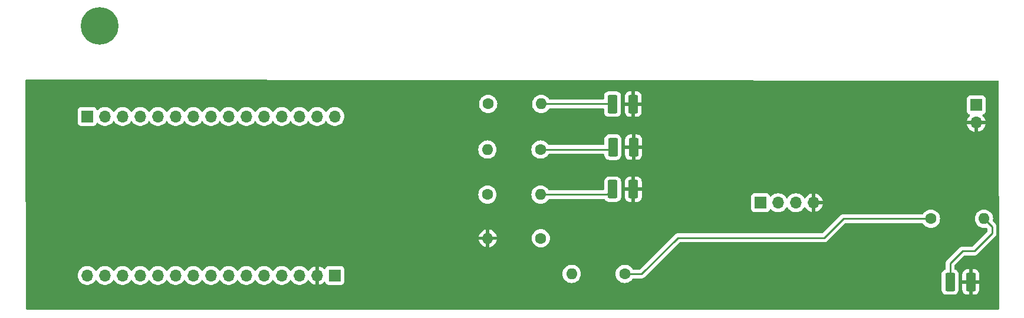
<source format=gbr>
%TF.GenerationSoftware,KiCad,Pcbnew,7.0.7*%
%TF.CreationDate,2023-09-19T21:30:54-07:00*%
%TF.ProjectId,PCB Layout,50434220-4c61-4796-9f75-742e6b696361,rev?*%
%TF.SameCoordinates,Original*%
%TF.FileFunction,Copper,L1,Top*%
%TF.FilePolarity,Positive*%
%FSLAX46Y46*%
G04 Gerber Fmt 4.6, Leading zero omitted, Abs format (unit mm)*
G04 Created by KiCad (PCBNEW 7.0.7) date 2023-09-19 21:30:54*
%MOMM*%
%LPD*%
G01*
G04 APERTURE LIST*
G04 Aperture macros list*
%AMRoundRect*
0 Rectangle with rounded corners*
0 $1 Rounding radius*
0 $2 $3 $4 $5 $6 $7 $8 $9 X,Y pos of 4 corners*
0 Add a 4 corners polygon primitive as box body*
4,1,4,$2,$3,$4,$5,$6,$7,$8,$9,$2,$3,0*
0 Add four circle primitives for the rounded corners*
1,1,$1+$1,$2,$3*
1,1,$1+$1,$4,$5*
1,1,$1+$1,$6,$7*
1,1,$1+$1,$8,$9*
0 Add four rect primitives between the rounded corners*
20,1,$1+$1,$2,$3,$4,$5,0*
20,1,$1+$1,$4,$5,$6,$7,0*
20,1,$1+$1,$6,$7,$8,$9,0*
20,1,$1+$1,$8,$9,$2,$3,0*%
G04 Aperture macros list end*
%TA.AperFunction,ComponentPad*%
%ADD10R,1.700000X1.700000*%
%TD*%
%TA.AperFunction,ComponentPad*%
%ADD11O,1.700000X1.700000*%
%TD*%
%TA.AperFunction,ComponentPad*%
%ADD12C,1.600000*%
%TD*%
%TA.AperFunction,ComponentPad*%
%ADD13O,1.600000X1.600000*%
%TD*%
%TA.AperFunction,ComponentPad*%
%ADD14C,5.400000*%
%TD*%
%TA.AperFunction,SMDPad,CuDef*%
%ADD15RoundRect,0.250001X0.462499X1.074999X-0.462499X1.074999X-0.462499X-1.074999X0.462499X-1.074999X0*%
%TD*%
%TA.AperFunction,Conductor*%
%ADD16C,0.250000*%
%TD*%
G04 APERTURE END LIST*
D10*
%TO.P,J4,1,Pin_1*%
%TO.N,+9V*%
X223012000Y-77241400D03*
D11*
%TO.P,J4,2,Pin_2*%
%TO.N,GND*%
X223012000Y-79781400D03*
%TD*%
D12*
%TO.P,R6,1*%
%TO.N,+9V*%
X216505000Y-93600000D03*
D13*
%TO.P,R6,2*%
%TO.N,Net-(D4-A)*%
X224125000Y-93600000D03*
%TD*%
D12*
%TO.P,R5,1*%
%TO.N,Net-(J2-Pin_7)*%
X152915000Y-77089000D03*
D13*
%TO.P,R5,2*%
%TO.N,Net-(D3-A)*%
X160535000Y-77089000D03*
%TD*%
%TO.P,R4,2*%
%TO.N,Net-(J2-Pin_6)*%
X152815000Y-83650000D03*
D12*
%TO.P,R4,1*%
%TO.N,Net-(D2-A)*%
X160435000Y-83650000D03*
%TD*%
%TO.P,R3,1*%
%TO.N,Net-(J2-Pin_5)*%
X152815000Y-90125000D03*
D13*
%TO.P,R3,2*%
%TO.N,Net-(D1-A)*%
X160435000Y-90125000D03*
%TD*%
D12*
%TO.P,R2,1*%
%TO.N,Net-(J2-Pin_1)*%
X160485000Y-96400000D03*
D13*
%TO.P,R2,2*%
%TO.N,GND*%
X152865000Y-96400000D03*
%TD*%
D12*
%TO.P,R1,1*%
%TO.N,+9V*%
X172535000Y-101525000D03*
D13*
%TO.P,R1,2*%
%TO.N,Net-(J2-Pin_1)*%
X164915000Y-101525000D03*
%TD*%
D14*
%TO.P,H1,1*%
%TO.N,N/C*%
X97078800Y-65887600D03*
%TD*%
D15*
%TO.P,D1,1,K*%
%TO.N,GND*%
X173764600Y-89357200D03*
%TO.P,D1,2,A*%
%TO.N,Net-(D1-A)*%
X170789600Y-89357200D03*
%TD*%
%TO.P,D4,2,A*%
%TO.N,Net-(D4-A)*%
X219263900Y-102692200D03*
%TO.P,D4,1,K*%
%TO.N,GND*%
X222238900Y-102692200D03*
%TD*%
D10*
%TO.P,J2,1,Pin_1*%
%TO.N,Net-(J2-Pin_1)*%
X130886200Y-101752400D03*
D11*
%TO.P,J2,2,Pin_2*%
%TO.N,GND*%
X128346200Y-101752400D03*
%TO.P,J2,3,Pin_3*%
%TO.N,Net-(J2-Pin_3)*%
X125806200Y-101752400D03*
%TO.P,J2,4,Pin_4*%
%TO.N,Net-(J2-Pin_4)*%
X123266200Y-101752400D03*
%TO.P,J2,5,Pin_5*%
%TO.N,Net-(J2-Pin_5)*%
X120726200Y-101752400D03*
%TO.P,J2,6,Pin_6*%
%TO.N,Net-(J2-Pin_6)*%
X118186200Y-101752400D03*
%TO.P,J2,7,Pin_7*%
%TO.N,Net-(J2-Pin_7)*%
X115646200Y-101752400D03*
%TO.P,J2,8,Pin_8*%
%TO.N,unconnected-(J2-Pin_8-Pad8)*%
X113106200Y-101752400D03*
%TO.P,J2,9,Pin_9*%
%TO.N,unconnected-(J2-Pin_9-Pad9)*%
X110566200Y-101752400D03*
%TO.P,J2,10,Pin_10*%
%TO.N,unconnected-(J2-Pin_10-Pad10)*%
X108026200Y-101752400D03*
%TO.P,J2,11,Pin_11*%
%TO.N,unconnected-(J2-Pin_11-Pad11)*%
X105486200Y-101752400D03*
%TO.P,J2,12,Pin_12*%
%TO.N,unconnected-(J2-Pin_12-Pad12)*%
X102946200Y-101752400D03*
%TO.P,J2,13,Pin_13*%
%TO.N,unconnected-(J2-Pin_13-Pad13)*%
X100406200Y-101752400D03*
%TO.P,J2,14,Pin_14*%
%TO.N,unconnected-(J2-Pin_14-Pad14)*%
X97866200Y-101752400D03*
%TO.P,J2,15,Pin_15*%
%TO.N,unconnected-(J2-Pin_15-Pad15)*%
X95326200Y-101752400D03*
%TD*%
D10*
%TO.P,J1,1,Pin_1*%
%TO.N,unconnected-(J1-Pin_1-Pad1)*%
X95326200Y-78892400D03*
D11*
%TO.P,J1,2,Pin_2*%
%TO.N,unconnected-(J1-Pin_2-Pad2)*%
X97866200Y-78892400D03*
%TO.P,J1,3,Pin_3*%
%TO.N,unconnected-(J1-Pin_3-Pad3)*%
X100406200Y-78892400D03*
%TO.P,J1,4,Pin_4*%
%TO.N,unconnected-(J1-Pin_4-Pad4)*%
X102946200Y-78892400D03*
%TO.P,J1,5,Pin_5*%
%TO.N,unconnected-(J1-Pin_5-Pad5)*%
X105486200Y-78892400D03*
%TO.P,J1,6,Pin_6*%
%TO.N,unconnected-(J1-Pin_6-Pad6)*%
X108026200Y-78892400D03*
%TO.P,J1,7,Pin_7*%
%TO.N,unconnected-(J1-Pin_7-Pad7)*%
X110566200Y-78892400D03*
%TO.P,J1,8,Pin_8*%
%TO.N,unconnected-(J1-Pin_8-Pad8)*%
X113106200Y-78892400D03*
%TO.P,J1,9,Pin_9*%
%TO.N,unconnected-(J1-Pin_9-Pad9)*%
X115646200Y-78892400D03*
%TO.P,J1,10,Pin_10*%
%TO.N,unconnected-(J1-Pin_10-Pad10)*%
X118186200Y-78892400D03*
%TO.P,J1,11,Pin_11*%
%TO.N,unconnected-(J1-Pin_11-Pad11)*%
X120726200Y-78892400D03*
%TO.P,J1,12,Pin_12*%
%TO.N,unconnected-(J1-Pin_12-Pad12)*%
X123266200Y-78892400D03*
%TO.P,J1,13,Pin_13*%
%TO.N,unconnected-(J1-Pin_13-Pad13)*%
X125806200Y-78892400D03*
%TO.P,J1,14,Pin_14*%
%TO.N,unconnected-(J1-Pin_14-Pad14)*%
X128346200Y-78892400D03*
%TO.P,J1,15,Pin_15*%
%TO.N,unconnected-(J1-Pin_15-Pad15)*%
X130886200Y-78892400D03*
%TD*%
D15*
%TO.P,D3,1,K*%
%TO.N,GND*%
X173750300Y-77114400D03*
%TO.P,D3,2,A*%
%TO.N,Net-(D3-A)*%
X170775300Y-77114400D03*
%TD*%
%TO.P,D2,2,A*%
%TO.N,Net-(D2-A)*%
X170826100Y-83312000D03*
%TO.P,D2,1,K*%
%TO.N,GND*%
X173801100Y-83312000D03*
%TD*%
D10*
%TO.P,J3,1,Pin_1*%
%TO.N,Net-(J2-Pin_1)*%
X192024000Y-91287600D03*
D11*
%TO.P,J3,2,Pin_2*%
%TO.N,Net-(J2-Pin_4)*%
X194564000Y-91287600D03*
%TO.P,J3,3,Pin_3*%
%TO.N,Net-(J2-Pin_3)*%
X197104000Y-91287600D03*
%TO.P,J3,4,Pin_4*%
%TO.N,GND*%
X199644000Y-91287600D03*
%TD*%
D16*
%TO.N,Net-(D1-A)*%
X170789600Y-89357200D02*
X170021800Y-90125000D01*
X170021800Y-90125000D02*
X160435000Y-90125000D01*
%TO.N,Net-(D2-A)*%
X170488100Y-83650000D02*
X170826100Y-83312000D01*
X160435000Y-83650000D02*
X170488100Y-83650000D01*
%TO.N,Net-(D3-A)*%
X170749900Y-77089000D02*
X160535000Y-77089000D01*
X170775300Y-77114400D02*
X170749900Y-77089000D01*
%TO.N,+9V*%
X203925000Y-93600000D02*
X216505000Y-93600000D01*
X201200000Y-96325000D02*
X203925000Y-93600000D01*
X180150000Y-96325000D02*
X201200000Y-96325000D01*
X174950000Y-101525000D02*
X180150000Y-96325000D01*
X172535000Y-101525000D02*
X174950000Y-101525000D01*
%TO.N,Net-(D4-A)*%
X225275000Y-94750000D02*
X224125000Y-93600000D01*
X225275000Y-95700000D02*
X225275000Y-94750000D01*
X221050000Y-98250000D02*
X222725000Y-98250000D01*
X222725000Y-98250000D02*
X225275000Y-95700000D01*
X219263900Y-100036100D02*
X221050000Y-98250000D01*
X219263900Y-102692200D02*
X219263900Y-100036100D01*
%TO.N,Net-(D1-A)*%
X170738800Y-89306400D02*
X170789600Y-89357200D01*
%TO.N,Net-(D4-A)*%
X218984500Y-102412800D02*
X219263900Y-102692200D01*
%TD*%
%TA.AperFunction,Conductor*%
%TO.N,GND*%
G36*
X226114080Y-73710710D02*
G01*
X226181105Y-73730443D01*
X226226822Y-73783281D01*
X226237990Y-73834519D01*
X226288408Y-106530409D01*
X226268827Y-106597479D01*
X226216093Y-106643315D01*
X226164408Y-106654600D01*
X86661419Y-106654600D01*
X86594380Y-106634915D01*
X86548625Y-106582111D01*
X86537420Y-106530981D01*
X86529078Y-103817751D01*
X218042900Y-103817751D01*
X218053513Y-103921628D01*
X218109283Y-104089935D01*
X218109284Y-104089938D01*
X218202367Y-104240847D01*
X218202370Y-104240851D01*
X218327748Y-104366229D01*
X218327752Y-104366232D01*
X218478661Y-104459315D01*
X218478664Y-104459316D01*
X218646971Y-104515086D01*
X218646972Y-104515086D01*
X218646975Y-104515087D01*
X218750856Y-104525700D01*
X218750861Y-104525700D01*
X219776939Y-104525700D01*
X219776944Y-104525700D01*
X219880825Y-104515087D01*
X220049138Y-104459315D01*
X220200051Y-104366230D01*
X220325430Y-104240851D01*
X220418515Y-104089938D01*
X220474287Y-103921625D01*
X220484900Y-103817744D01*
X220484900Y-102942200D01*
X221026400Y-102942200D01*
X221026400Y-103817185D01*
X221036893Y-103919889D01*
X221036894Y-103919896D01*
X221092041Y-104086318D01*
X221092043Y-104086323D01*
X221184084Y-104235544D01*
X221308055Y-104359515D01*
X221457276Y-104451556D01*
X221457281Y-104451558D01*
X221623703Y-104506705D01*
X221623710Y-104506706D01*
X221726414Y-104517199D01*
X221726427Y-104517200D01*
X221988900Y-104517200D01*
X221988900Y-102942200D01*
X222488900Y-102942200D01*
X222488900Y-104517200D01*
X222751373Y-104517200D01*
X222751385Y-104517199D01*
X222854089Y-104506706D01*
X222854096Y-104506705D01*
X223020518Y-104451558D01*
X223020523Y-104451556D01*
X223169744Y-104359515D01*
X223293715Y-104235544D01*
X223385756Y-104086323D01*
X223385758Y-104086318D01*
X223440905Y-103919896D01*
X223440906Y-103919889D01*
X223451399Y-103817185D01*
X223451400Y-103817172D01*
X223451400Y-102942200D01*
X222488900Y-102942200D01*
X221988900Y-102942200D01*
X221026400Y-102942200D01*
X220484900Y-102942200D01*
X220484900Y-102442200D01*
X221026400Y-102442200D01*
X221988900Y-102442200D01*
X221988900Y-100867200D01*
X222488900Y-100867200D01*
X222488900Y-102442200D01*
X223451400Y-102442200D01*
X223451400Y-101567227D01*
X223451399Y-101567214D01*
X223440906Y-101464510D01*
X223440905Y-101464503D01*
X223385758Y-101298081D01*
X223385756Y-101298076D01*
X223293715Y-101148855D01*
X223169744Y-101024884D01*
X223020523Y-100932843D01*
X223020518Y-100932841D01*
X222854096Y-100877694D01*
X222854089Y-100877693D01*
X222751385Y-100867200D01*
X222488900Y-100867200D01*
X221988900Y-100867200D01*
X221726414Y-100867200D01*
X221623710Y-100877693D01*
X221623703Y-100877694D01*
X221457281Y-100932841D01*
X221457276Y-100932843D01*
X221308055Y-101024884D01*
X221184084Y-101148855D01*
X221092043Y-101298076D01*
X221092041Y-101298081D01*
X221036894Y-101464503D01*
X221036893Y-101464510D01*
X221026400Y-101567214D01*
X221026400Y-102442200D01*
X220484900Y-102442200D01*
X220484900Y-101566656D01*
X220474287Y-101462775D01*
X220460644Y-101421602D01*
X220418516Y-101294464D01*
X220418515Y-101294461D01*
X220325432Y-101143552D01*
X220325429Y-101143548D01*
X220200051Y-101018170D01*
X220200047Y-101018167D01*
X220049146Y-100925089D01*
X220049140Y-100925086D01*
X220049138Y-100925085D01*
X220049135Y-100925084D01*
X219982396Y-100902969D01*
X219924951Y-100863196D01*
X219898128Y-100798680D01*
X219897400Y-100785263D01*
X219897400Y-100349866D01*
X219917085Y-100282827D01*
X219933719Y-100262185D01*
X221276086Y-98919819D01*
X221337409Y-98886334D01*
X221363767Y-98883500D01*
X222641366Y-98883500D01*
X222657113Y-98885238D01*
X222657139Y-98884968D01*
X222664905Y-98885701D01*
X222664909Y-98885702D01*
X222734958Y-98883500D01*
X222764856Y-98883500D01*
X222764857Y-98883500D01*
X222766222Y-98883327D01*
X222771862Y-98882614D01*
X222777685Y-98882156D01*
X222803708Y-98881338D01*
X222824890Y-98880673D01*
X222834681Y-98877827D01*
X222844481Y-98874980D01*
X222863538Y-98871032D01*
X222883797Y-98868474D01*
X222927721Y-98851082D01*
X222933221Y-98849199D01*
X222978593Y-98836018D01*
X222996165Y-98825625D01*
X223013632Y-98817068D01*
X223032617Y-98809552D01*
X223070826Y-98781790D01*
X223075704Y-98778585D01*
X223116362Y-98754542D01*
X223130802Y-98740100D01*
X223145592Y-98727470D01*
X223162107Y-98715472D01*
X223192222Y-98679067D01*
X223196126Y-98674776D01*
X225663815Y-96207087D01*
X225676180Y-96197183D01*
X225676006Y-96196973D01*
X225682012Y-96192003D01*
X225682018Y-96192000D01*
X225729999Y-96140904D01*
X225751135Y-96119769D01*
X225755458Y-96114195D01*
X225759257Y-96109747D01*
X225791585Y-96075322D01*
X225801420Y-96057432D01*
X225812098Y-96041174D01*
X225824614Y-96025040D01*
X225843374Y-95981686D01*
X225845935Y-95976458D01*
X225868695Y-95935060D01*
X225873774Y-95915274D01*
X225880072Y-95896882D01*
X225888181Y-95878145D01*
X225895569Y-95831497D01*
X225896751Y-95825786D01*
X225908500Y-95780030D01*
X225908500Y-95759615D01*
X225910027Y-95740214D01*
X225910222Y-95738983D01*
X225913220Y-95720057D01*
X225908775Y-95673033D01*
X225908500Y-95667195D01*
X225908500Y-94833634D01*
X225910239Y-94817887D01*
X225909968Y-94817862D01*
X225910701Y-94810095D01*
X225910702Y-94810092D01*
X225908499Y-94740028D01*
X225908500Y-94710144D01*
X225907614Y-94703139D01*
X225907157Y-94697323D01*
X225905674Y-94650113D01*
X225905674Y-94650111D01*
X225899974Y-94630492D01*
X225896031Y-94611446D01*
X225895367Y-94606193D01*
X225893474Y-94591203D01*
X225876081Y-94547274D01*
X225874204Y-94541792D01*
X225861019Y-94496407D01*
X225850620Y-94478824D01*
X225842066Y-94461363D01*
X225834552Y-94442383D01*
X225806793Y-94404176D01*
X225803586Y-94399294D01*
X225779544Y-94358641D01*
X225779543Y-94358640D01*
X225779542Y-94358638D01*
X225765108Y-94344204D01*
X225752471Y-94329409D01*
X225740472Y-94312893D01*
X225740470Y-94312890D01*
X225704073Y-94282781D01*
X225699751Y-94278847D01*
X225433335Y-94012430D01*
X225399850Y-93951107D01*
X225401242Y-93892654D01*
X225418541Y-93828094D01*
X225418542Y-93828089D01*
X225418543Y-93828087D01*
X225438498Y-93600000D01*
X225418543Y-93371913D01*
X225359284Y-93150757D01*
X225351716Y-93134528D01*
X225288980Y-92999988D01*
X225262523Y-92943251D01*
X225131198Y-92755700D01*
X224969300Y-92593802D01*
X224781749Y-92462477D01*
X224781745Y-92462475D01*
X224574249Y-92365718D01*
X224574238Y-92365714D01*
X224353089Y-92306457D01*
X224353081Y-92306456D01*
X224125002Y-92286502D01*
X224124998Y-92286502D01*
X223896918Y-92306456D01*
X223896910Y-92306457D01*
X223675761Y-92365714D01*
X223675750Y-92365718D01*
X223468254Y-92462475D01*
X223468252Y-92462476D01*
X223413433Y-92500861D01*
X223280700Y-92593802D01*
X223280698Y-92593803D01*
X223280695Y-92593806D01*
X223118806Y-92755695D01*
X222987476Y-92943252D01*
X222987475Y-92943254D01*
X222890718Y-93150750D01*
X222890714Y-93150761D01*
X222831457Y-93371910D01*
X222831456Y-93371918D01*
X222811502Y-93599998D01*
X222811502Y-93600001D01*
X222831456Y-93828081D01*
X222831457Y-93828089D01*
X222890714Y-94049238D01*
X222890718Y-94049249D01*
X222976636Y-94233500D01*
X222987477Y-94256749D01*
X223118802Y-94444300D01*
X223280700Y-94606198D01*
X223468251Y-94737523D01*
X223510878Y-94757400D01*
X223675750Y-94834281D01*
X223675752Y-94834281D01*
X223675757Y-94834284D01*
X223896913Y-94893543D01*
X224059832Y-94907796D01*
X224124998Y-94913498D01*
X224125000Y-94913498D01*
X224125002Y-94913498D01*
X224184013Y-94908335D01*
X224353087Y-94893543D01*
X224417657Y-94876241D01*
X224487506Y-94877904D01*
X224537431Y-94908335D01*
X224605181Y-94976085D01*
X224638666Y-95037408D01*
X224641500Y-95063766D01*
X224641500Y-95386232D01*
X224621815Y-95453271D01*
X224605181Y-95473913D01*
X222498914Y-97580181D01*
X222437591Y-97613666D01*
X222411233Y-97616500D01*
X221133631Y-97616500D01*
X221117879Y-97614760D01*
X221117854Y-97615032D01*
X221110092Y-97614298D01*
X221110091Y-97614298D01*
X221040028Y-97616500D01*
X221010144Y-97616500D01*
X221010141Y-97616500D01*
X221010129Y-97616501D01*
X221003137Y-97617384D01*
X220997320Y-97617841D01*
X220950114Y-97619325D01*
X220950107Y-97619326D01*
X220930500Y-97625022D01*
X220911461Y-97628965D01*
X220891211Y-97631524D01*
X220891201Y-97631526D01*
X220847291Y-97648911D01*
X220841765Y-97650803D01*
X220796412Y-97663979D01*
X220796407Y-97663981D01*
X220778833Y-97674374D01*
X220761372Y-97682928D01*
X220742386Y-97690446D01*
X220742384Y-97690447D01*
X220704172Y-97718208D01*
X220699290Y-97721415D01*
X220658637Y-97745457D01*
X220644201Y-97759894D01*
X220629415Y-97772523D01*
X220612893Y-97784528D01*
X220612891Y-97784529D01*
X220612891Y-97784530D01*
X220612888Y-97784532D01*
X220582780Y-97820925D01*
X220578849Y-97825246D01*
X218875079Y-99529014D01*
X218862720Y-99538918D01*
X218862893Y-99539127D01*
X218856883Y-99544099D01*
X218808915Y-99595179D01*
X218787772Y-99616322D01*
X218787757Y-99616339D01*
X218783431Y-99621914D01*
X218779647Y-99626344D01*
X218747319Y-99660771D01*
X218747312Y-99660781D01*
X218737479Y-99678667D01*
X218726803Y-99694920D01*
X218714286Y-99711057D01*
X218714285Y-99711059D01*
X218695525Y-99754410D01*
X218692955Y-99759656D01*
X218670203Y-99801041D01*
X218670203Y-99801042D01*
X218665125Y-99820820D01*
X218658825Y-99839222D01*
X218650718Y-99857957D01*
X218643331Y-99904595D01*
X218642146Y-99910316D01*
X218630400Y-99956065D01*
X218630400Y-99976484D01*
X218628873Y-99995883D01*
X218625680Y-100016041D01*
X218625680Y-100016042D01*
X218630125Y-100063066D01*
X218630400Y-100068904D01*
X218630400Y-100785263D01*
X218610715Y-100852302D01*
X218557911Y-100898057D01*
X218545404Y-100902969D01*
X218478664Y-100925084D01*
X218478653Y-100925089D01*
X218327752Y-101018167D01*
X218327748Y-101018170D01*
X218202370Y-101143548D01*
X218202367Y-101143552D01*
X218109284Y-101294461D01*
X218109283Y-101294464D01*
X218053513Y-101462771D01*
X218042900Y-101566648D01*
X218042900Y-103817751D01*
X86529078Y-103817751D01*
X86522728Y-101752405D01*
X93963044Y-101752405D01*
X93981634Y-101976759D01*
X93981636Y-101976771D01*
X94036903Y-102195014D01*
X94127340Y-102401192D01*
X94250476Y-102589665D01*
X94250484Y-102589676D01*
X94369555Y-102719019D01*
X94402960Y-102755306D01*
X94580624Y-102893589D01*
X94580625Y-102893589D01*
X94580627Y-102893591D01*
X94685709Y-102950458D01*
X94778626Y-103000742D01*
X94991565Y-103073844D01*
X95213631Y-103110900D01*
X95438769Y-103110900D01*
X95660835Y-103073844D01*
X95873774Y-103000742D01*
X96071776Y-102893589D01*
X96249440Y-102755306D01*
X96354495Y-102641187D01*
X96401915Y-102589676D01*
X96401915Y-102589675D01*
X96401922Y-102589668D01*
X96492393Y-102451190D01*
X96545538Y-102405837D01*
X96614769Y-102396413D01*
X96678105Y-102425915D01*
X96700004Y-102451187D01*
X96790478Y-102589668D01*
X96790483Y-102589673D01*
X96790484Y-102589676D01*
X96909555Y-102719019D01*
X96942960Y-102755306D01*
X97120624Y-102893589D01*
X97120625Y-102893589D01*
X97120627Y-102893591D01*
X97225709Y-102950458D01*
X97318626Y-103000742D01*
X97531565Y-103073844D01*
X97753631Y-103110900D01*
X97978769Y-103110900D01*
X98200835Y-103073844D01*
X98413774Y-103000742D01*
X98611776Y-102893589D01*
X98789440Y-102755306D01*
X98894495Y-102641187D01*
X98941915Y-102589676D01*
X98941915Y-102589675D01*
X98941922Y-102589668D01*
X99032393Y-102451190D01*
X99085538Y-102405837D01*
X99154769Y-102396413D01*
X99218105Y-102425915D01*
X99240004Y-102451187D01*
X99330478Y-102589668D01*
X99330483Y-102589673D01*
X99330484Y-102589676D01*
X99449555Y-102719019D01*
X99482960Y-102755306D01*
X99660624Y-102893589D01*
X99660625Y-102893589D01*
X99660627Y-102893591D01*
X99765709Y-102950458D01*
X99858626Y-103000742D01*
X100071565Y-103073844D01*
X100293631Y-103110900D01*
X100518769Y-103110900D01*
X100740835Y-103073844D01*
X100953774Y-103000742D01*
X101151776Y-102893589D01*
X101329440Y-102755306D01*
X101434495Y-102641187D01*
X101481915Y-102589676D01*
X101481915Y-102589675D01*
X101481922Y-102589668D01*
X101572393Y-102451190D01*
X101625538Y-102405837D01*
X101694769Y-102396413D01*
X101758105Y-102425915D01*
X101780004Y-102451187D01*
X101870478Y-102589668D01*
X101870483Y-102589673D01*
X101870484Y-102589676D01*
X101989555Y-102719019D01*
X102022960Y-102755306D01*
X102200624Y-102893589D01*
X102200625Y-102893589D01*
X102200627Y-102893591D01*
X102305709Y-102950458D01*
X102398626Y-103000742D01*
X102611565Y-103073844D01*
X102833631Y-103110900D01*
X103058769Y-103110900D01*
X103280835Y-103073844D01*
X103493774Y-103000742D01*
X103691776Y-102893589D01*
X103869440Y-102755306D01*
X103974495Y-102641187D01*
X104021915Y-102589676D01*
X104021915Y-102589675D01*
X104021922Y-102589668D01*
X104112393Y-102451190D01*
X104165538Y-102405837D01*
X104234769Y-102396413D01*
X104298105Y-102425915D01*
X104320004Y-102451187D01*
X104410478Y-102589668D01*
X104410483Y-102589673D01*
X104410484Y-102589676D01*
X104529555Y-102719019D01*
X104562960Y-102755306D01*
X104740624Y-102893589D01*
X104740625Y-102893589D01*
X104740627Y-102893591D01*
X104845709Y-102950458D01*
X104938626Y-103000742D01*
X105151565Y-103073844D01*
X105373631Y-103110900D01*
X105598769Y-103110900D01*
X105820835Y-103073844D01*
X106033774Y-103000742D01*
X106231776Y-102893589D01*
X106409440Y-102755306D01*
X106514495Y-102641187D01*
X106561915Y-102589676D01*
X106561915Y-102589675D01*
X106561922Y-102589668D01*
X106652393Y-102451190D01*
X106705538Y-102405837D01*
X106774769Y-102396413D01*
X106838105Y-102425915D01*
X106860004Y-102451187D01*
X106950478Y-102589668D01*
X106950483Y-102589673D01*
X106950484Y-102589676D01*
X107069555Y-102719019D01*
X107102960Y-102755306D01*
X107280624Y-102893589D01*
X107280625Y-102893589D01*
X107280627Y-102893591D01*
X107385709Y-102950458D01*
X107478626Y-103000742D01*
X107691565Y-103073844D01*
X107913631Y-103110900D01*
X108138769Y-103110900D01*
X108360835Y-103073844D01*
X108573774Y-103000742D01*
X108771776Y-102893589D01*
X108949440Y-102755306D01*
X109054495Y-102641187D01*
X109101915Y-102589676D01*
X109101915Y-102589675D01*
X109101922Y-102589668D01*
X109192393Y-102451190D01*
X109245538Y-102405837D01*
X109314769Y-102396413D01*
X109378105Y-102425915D01*
X109400004Y-102451187D01*
X109490478Y-102589668D01*
X109490483Y-102589673D01*
X109490484Y-102589676D01*
X109609555Y-102719019D01*
X109642960Y-102755306D01*
X109820624Y-102893589D01*
X109820625Y-102893589D01*
X109820627Y-102893591D01*
X109925709Y-102950458D01*
X110018626Y-103000742D01*
X110231565Y-103073844D01*
X110453631Y-103110900D01*
X110678769Y-103110900D01*
X110900835Y-103073844D01*
X111113774Y-103000742D01*
X111311776Y-102893589D01*
X111489440Y-102755306D01*
X111594495Y-102641187D01*
X111641915Y-102589676D01*
X111641915Y-102589675D01*
X111641922Y-102589668D01*
X111732393Y-102451190D01*
X111785538Y-102405837D01*
X111854769Y-102396413D01*
X111918105Y-102425915D01*
X111940004Y-102451187D01*
X112030478Y-102589668D01*
X112030483Y-102589673D01*
X112030484Y-102589676D01*
X112149555Y-102719019D01*
X112182960Y-102755306D01*
X112360624Y-102893589D01*
X112360625Y-102893589D01*
X112360627Y-102893591D01*
X112465709Y-102950458D01*
X112558626Y-103000742D01*
X112771565Y-103073844D01*
X112993631Y-103110900D01*
X113218769Y-103110900D01*
X113440835Y-103073844D01*
X113653774Y-103000742D01*
X113851776Y-102893589D01*
X114029440Y-102755306D01*
X114134495Y-102641187D01*
X114181915Y-102589676D01*
X114181915Y-102589675D01*
X114181922Y-102589668D01*
X114272393Y-102451190D01*
X114325538Y-102405837D01*
X114394769Y-102396413D01*
X114458105Y-102425915D01*
X114480004Y-102451187D01*
X114570478Y-102589668D01*
X114570483Y-102589673D01*
X114570484Y-102589676D01*
X114689555Y-102719019D01*
X114722960Y-102755306D01*
X114900624Y-102893589D01*
X114900625Y-102893589D01*
X114900627Y-102893591D01*
X115005709Y-102950458D01*
X115098626Y-103000742D01*
X115311565Y-103073844D01*
X115533631Y-103110900D01*
X115758769Y-103110900D01*
X115980835Y-103073844D01*
X116193774Y-103000742D01*
X116391776Y-102893589D01*
X116569440Y-102755306D01*
X116674495Y-102641187D01*
X116721915Y-102589676D01*
X116721915Y-102589675D01*
X116721922Y-102589668D01*
X116812393Y-102451190D01*
X116865538Y-102405837D01*
X116934769Y-102396413D01*
X116998105Y-102425915D01*
X117020004Y-102451187D01*
X117110478Y-102589668D01*
X117110483Y-102589673D01*
X117110484Y-102589676D01*
X117229555Y-102719019D01*
X117262960Y-102755306D01*
X117440624Y-102893589D01*
X117440625Y-102893589D01*
X117440627Y-102893591D01*
X117545709Y-102950458D01*
X117638626Y-103000742D01*
X117851565Y-103073844D01*
X118073631Y-103110900D01*
X118298769Y-103110900D01*
X118520835Y-103073844D01*
X118733774Y-103000742D01*
X118931776Y-102893589D01*
X119109440Y-102755306D01*
X119214495Y-102641187D01*
X119261915Y-102589676D01*
X119261915Y-102589675D01*
X119261922Y-102589668D01*
X119352393Y-102451190D01*
X119405538Y-102405837D01*
X119474769Y-102396413D01*
X119538105Y-102425915D01*
X119560004Y-102451187D01*
X119650478Y-102589668D01*
X119650483Y-102589673D01*
X119650484Y-102589676D01*
X119769555Y-102719019D01*
X119802960Y-102755306D01*
X119980624Y-102893589D01*
X119980625Y-102893589D01*
X119980627Y-102893591D01*
X120085709Y-102950458D01*
X120178626Y-103000742D01*
X120391565Y-103073844D01*
X120613631Y-103110900D01*
X120838769Y-103110900D01*
X121060835Y-103073844D01*
X121273774Y-103000742D01*
X121471776Y-102893589D01*
X121649440Y-102755306D01*
X121754495Y-102641187D01*
X121801915Y-102589676D01*
X121801915Y-102589675D01*
X121801922Y-102589668D01*
X121892393Y-102451190D01*
X121945538Y-102405837D01*
X122014769Y-102396413D01*
X122078105Y-102425915D01*
X122100004Y-102451187D01*
X122190478Y-102589668D01*
X122190483Y-102589673D01*
X122190484Y-102589676D01*
X122309555Y-102719019D01*
X122342960Y-102755306D01*
X122520624Y-102893589D01*
X122520625Y-102893589D01*
X122520627Y-102893591D01*
X122625709Y-102950458D01*
X122718626Y-103000742D01*
X122931565Y-103073844D01*
X123153631Y-103110900D01*
X123378769Y-103110900D01*
X123600835Y-103073844D01*
X123813774Y-103000742D01*
X124011776Y-102893589D01*
X124189440Y-102755306D01*
X124294495Y-102641187D01*
X124341915Y-102589676D01*
X124341917Y-102589673D01*
X124341922Y-102589668D01*
X124432393Y-102451191D01*
X124485536Y-102405837D01*
X124554767Y-102396413D01*
X124618103Y-102425915D01*
X124640007Y-102451193D01*
X124730476Y-102589665D01*
X124730484Y-102589676D01*
X124849555Y-102719019D01*
X124882960Y-102755306D01*
X125060624Y-102893589D01*
X125060625Y-102893589D01*
X125060627Y-102893591D01*
X125165709Y-102950458D01*
X125258626Y-103000742D01*
X125471565Y-103073844D01*
X125693631Y-103110900D01*
X125918769Y-103110900D01*
X126140835Y-103073844D01*
X126353774Y-103000742D01*
X126551776Y-102893589D01*
X126729440Y-102755306D01*
X126834495Y-102641187D01*
X126881915Y-102589676D01*
X126881915Y-102589675D01*
X126881922Y-102589668D01*
X126975949Y-102445747D01*
X127029094Y-102400394D01*
X127098325Y-102390970D01*
X127161661Y-102420472D01*
X127181330Y-102442448D01*
X127308090Y-102623478D01*
X127475117Y-102790505D01*
X127668621Y-102926000D01*
X127882707Y-103025829D01*
X127882716Y-103025833D01*
X128096200Y-103083034D01*
X128096200Y-102364701D01*
X128115885Y-102297662D01*
X128168689Y-102251907D01*
X128237847Y-102241963D01*
X128310437Y-102252400D01*
X128310438Y-102252400D01*
X128381962Y-102252400D01*
X128381963Y-102252400D01*
X128454553Y-102241963D01*
X128523712Y-102251907D01*
X128576515Y-102297662D01*
X128596200Y-102364701D01*
X128596199Y-103083033D01*
X128809683Y-103025833D01*
X128809692Y-103025829D01*
X129023778Y-102926000D01*
X129217278Y-102790508D01*
X129333114Y-102674672D01*
X129394437Y-102641187D01*
X129464129Y-102646171D01*
X129520063Y-102688042D01*
X129536977Y-102719019D01*
X129585310Y-102848603D01*
X129585311Y-102848604D01*
X129672939Y-102965661D01*
X129789996Y-103053289D01*
X129926999Y-103104389D01*
X129954250Y-103107318D01*
X129987545Y-103110899D01*
X129987562Y-103110900D01*
X131784838Y-103110900D01*
X131784854Y-103110899D01*
X131811892Y-103107991D01*
X131845401Y-103104389D01*
X131982404Y-103053289D01*
X132099461Y-102965661D01*
X132187089Y-102848604D01*
X132238189Y-102711601D01*
X132242159Y-102674672D01*
X132244699Y-102651054D01*
X132244700Y-102651037D01*
X132244700Y-101525001D01*
X163601502Y-101525001D01*
X163621456Y-101753081D01*
X163621457Y-101753089D01*
X163680714Y-101974238D01*
X163680718Y-101974249D01*
X163775427Y-102177352D01*
X163777477Y-102181749D01*
X163908802Y-102369300D01*
X164070700Y-102531198D01*
X164258251Y-102662523D01*
X164363500Y-102711601D01*
X164465750Y-102759281D01*
X164465752Y-102759281D01*
X164465757Y-102759284D01*
X164686913Y-102818543D01*
X164849832Y-102832796D01*
X164914998Y-102838498D01*
X164915000Y-102838498D01*
X164915002Y-102838498D01*
X164972021Y-102833509D01*
X165143087Y-102818543D01*
X165364243Y-102759284D01*
X165571749Y-102662523D01*
X165759300Y-102531198D01*
X165921198Y-102369300D01*
X166052523Y-102181749D01*
X166149284Y-101974243D01*
X166208543Y-101753087D01*
X166228498Y-101525001D01*
X171221502Y-101525001D01*
X171241456Y-101753081D01*
X171241457Y-101753089D01*
X171300714Y-101974238D01*
X171300718Y-101974249D01*
X171395427Y-102177352D01*
X171397477Y-102181749D01*
X171528802Y-102369300D01*
X171690700Y-102531198D01*
X171878251Y-102662523D01*
X171983500Y-102711601D01*
X172085750Y-102759281D01*
X172085752Y-102759281D01*
X172085757Y-102759284D01*
X172306913Y-102818543D01*
X172469832Y-102832796D01*
X172534998Y-102838498D01*
X172535000Y-102838498D01*
X172535002Y-102838498D01*
X172592021Y-102833509D01*
X172763087Y-102818543D01*
X172984243Y-102759284D01*
X173191749Y-102662523D01*
X173379300Y-102531198D01*
X173541198Y-102369300D01*
X173651779Y-102211374D01*
X173706354Y-102167751D01*
X173753352Y-102158500D01*
X174866366Y-102158500D01*
X174882113Y-102160238D01*
X174882139Y-102159968D01*
X174889905Y-102160701D01*
X174889909Y-102160702D01*
X174959958Y-102158500D01*
X174989856Y-102158500D01*
X174989857Y-102158500D01*
X174991222Y-102158327D01*
X174996862Y-102157614D01*
X175002685Y-102157156D01*
X175028708Y-102156338D01*
X175049890Y-102155673D01*
X175059681Y-102152827D01*
X175069481Y-102149980D01*
X175088538Y-102146032D01*
X175108797Y-102143474D01*
X175152721Y-102126082D01*
X175158221Y-102124199D01*
X175203593Y-102111018D01*
X175221165Y-102100625D01*
X175238632Y-102092068D01*
X175257617Y-102084552D01*
X175295826Y-102056790D01*
X175300704Y-102053585D01*
X175341362Y-102029542D01*
X175355802Y-102015100D01*
X175370592Y-102002470D01*
X175387107Y-101990472D01*
X175417222Y-101954067D01*
X175421126Y-101949776D01*
X180376084Y-96994819D01*
X180437408Y-96961334D01*
X180463766Y-96958500D01*
X201116366Y-96958500D01*
X201132113Y-96960238D01*
X201132139Y-96959968D01*
X201139905Y-96960701D01*
X201139909Y-96960702D01*
X201209958Y-96958500D01*
X201239856Y-96958500D01*
X201239857Y-96958500D01*
X201241222Y-96958327D01*
X201246862Y-96957614D01*
X201252685Y-96957156D01*
X201278708Y-96956338D01*
X201299890Y-96955673D01*
X201309681Y-96952827D01*
X201319481Y-96949980D01*
X201338538Y-96946032D01*
X201358797Y-96943474D01*
X201402721Y-96926082D01*
X201408221Y-96924199D01*
X201453593Y-96911018D01*
X201471165Y-96900625D01*
X201488632Y-96892068D01*
X201507617Y-96884552D01*
X201545826Y-96856790D01*
X201550704Y-96853585D01*
X201591362Y-96829542D01*
X201605802Y-96815100D01*
X201620592Y-96802470D01*
X201637107Y-96790472D01*
X201667222Y-96754067D01*
X201671126Y-96749776D01*
X204151085Y-94269819D01*
X204212409Y-94236334D01*
X204238767Y-94233500D01*
X215286648Y-94233500D01*
X215353687Y-94253185D01*
X215388220Y-94286373D01*
X215498802Y-94444300D01*
X215660700Y-94606198D01*
X215848251Y-94737523D01*
X215890878Y-94757400D01*
X216055750Y-94834281D01*
X216055752Y-94834281D01*
X216055757Y-94834284D01*
X216276913Y-94893543D01*
X216439832Y-94907796D01*
X216504998Y-94913498D01*
X216505000Y-94913498D01*
X216505002Y-94913498D01*
X216564013Y-94908335D01*
X216733087Y-94893543D01*
X216954243Y-94834284D01*
X217161749Y-94737523D01*
X217349300Y-94606198D01*
X217511198Y-94444300D01*
X217642523Y-94256749D01*
X217739284Y-94049243D01*
X217798543Y-93828087D01*
X217818498Y-93600000D01*
X217798543Y-93371913D01*
X217739284Y-93150757D01*
X217731716Y-93134528D01*
X217668980Y-92999988D01*
X217642523Y-92943251D01*
X217511198Y-92755700D01*
X217349300Y-92593802D01*
X217161749Y-92462477D01*
X217161745Y-92462475D01*
X216954249Y-92365718D01*
X216954238Y-92365714D01*
X216733089Y-92306457D01*
X216733081Y-92306456D01*
X216505002Y-92286502D01*
X216504998Y-92286502D01*
X216276918Y-92306456D01*
X216276910Y-92306457D01*
X216055761Y-92365714D01*
X216055750Y-92365718D01*
X215848254Y-92462475D01*
X215848252Y-92462476D01*
X215793433Y-92500861D01*
X215660700Y-92593802D01*
X215660698Y-92593803D01*
X215660695Y-92593806D01*
X215498806Y-92755695D01*
X215498803Y-92755698D01*
X215498802Y-92755700D01*
X215388220Y-92913625D01*
X215333646Y-92957249D01*
X215286648Y-92966500D01*
X204008631Y-92966500D01*
X203992879Y-92964760D01*
X203992854Y-92965032D01*
X203985092Y-92964298D01*
X203985091Y-92964298D01*
X203915028Y-92966500D01*
X203885144Y-92966500D01*
X203885141Y-92966500D01*
X203885129Y-92966501D01*
X203878137Y-92967384D01*
X203872320Y-92967841D01*
X203825114Y-92969325D01*
X203825107Y-92969326D01*
X203805500Y-92975022D01*
X203786461Y-92978965D01*
X203766211Y-92981524D01*
X203766201Y-92981526D01*
X203722291Y-92998911D01*
X203716765Y-93000803D01*
X203671412Y-93013979D01*
X203671407Y-93013981D01*
X203653833Y-93024374D01*
X203636372Y-93032928D01*
X203617386Y-93040446D01*
X203617384Y-93040447D01*
X203579172Y-93068208D01*
X203574290Y-93071415D01*
X203533637Y-93095457D01*
X203519201Y-93109894D01*
X203504415Y-93122523D01*
X203487893Y-93134528D01*
X203487891Y-93134529D01*
X203487891Y-93134530D01*
X203487888Y-93134532D01*
X203457780Y-93170925D01*
X203453849Y-93175246D01*
X200973914Y-95655181D01*
X200912591Y-95688666D01*
X200886233Y-95691500D01*
X180233632Y-95691500D01*
X180217880Y-95689760D01*
X180217855Y-95690032D01*
X180210093Y-95689298D01*
X180210092Y-95689298D01*
X180140029Y-95691500D01*
X180110144Y-95691500D01*
X180110141Y-95691500D01*
X180110129Y-95691501D01*
X180103137Y-95692384D01*
X180097320Y-95692841D01*
X180050111Y-95694325D01*
X180050109Y-95694326D01*
X180030496Y-95700023D01*
X180011459Y-95703965D01*
X179991208Y-95706524D01*
X179991202Y-95706526D01*
X179947299Y-95723907D01*
X179941775Y-95725798D01*
X179896406Y-95738981D01*
X179896401Y-95738983D01*
X179878827Y-95749376D01*
X179861362Y-95757932D01*
X179842387Y-95765445D01*
X179842385Y-95765446D01*
X179804176Y-95793206D01*
X179799294Y-95796412D01*
X179758635Y-95820458D01*
X179744200Y-95834894D01*
X179729412Y-95847525D01*
X179712894Y-95859526D01*
X179712888Y-95859532D01*
X179682780Y-95895925D01*
X179678849Y-95900246D01*
X174723914Y-100855181D01*
X174662591Y-100888666D01*
X174636233Y-100891500D01*
X173753352Y-100891500D01*
X173686313Y-100871815D01*
X173651779Y-100838626D01*
X173541198Y-100680700D01*
X173379300Y-100518802D01*
X173191749Y-100387477D01*
X173191745Y-100387475D01*
X172984249Y-100290718D01*
X172984238Y-100290714D01*
X172763089Y-100231457D01*
X172763081Y-100231456D01*
X172535002Y-100211502D01*
X172534998Y-100211502D01*
X172306918Y-100231456D01*
X172306910Y-100231457D01*
X172085761Y-100290714D01*
X172085750Y-100290718D01*
X171878254Y-100387475D01*
X171878252Y-100387476D01*
X171878249Y-100387477D01*
X171878251Y-100387477D01*
X171690700Y-100518802D01*
X171690698Y-100518803D01*
X171690695Y-100518806D01*
X171528806Y-100680695D01*
X171528803Y-100680698D01*
X171528802Y-100680700D01*
X171480633Y-100749492D01*
X171397476Y-100868252D01*
X171397475Y-100868254D01*
X171300718Y-101075750D01*
X171300714Y-101075761D01*
X171241457Y-101296910D01*
X171241456Y-101296918D01*
X171221502Y-101524998D01*
X171221502Y-101525001D01*
X166228498Y-101525001D01*
X166228498Y-101525000D01*
X166208543Y-101296913D01*
X166149284Y-101075757D01*
X166141493Y-101059050D01*
X166110736Y-100993091D01*
X166052523Y-100868251D01*
X165921198Y-100680700D01*
X165759300Y-100518802D01*
X165571749Y-100387477D01*
X165571745Y-100387475D01*
X165364249Y-100290718D01*
X165364238Y-100290714D01*
X165143089Y-100231457D01*
X165143081Y-100231456D01*
X164915002Y-100211502D01*
X164914998Y-100211502D01*
X164686918Y-100231456D01*
X164686910Y-100231457D01*
X164465761Y-100290714D01*
X164465750Y-100290718D01*
X164258254Y-100387475D01*
X164258252Y-100387476D01*
X164258249Y-100387477D01*
X164258251Y-100387477D01*
X164070700Y-100518802D01*
X164070698Y-100518803D01*
X164070695Y-100518806D01*
X163908806Y-100680695D01*
X163908803Y-100680698D01*
X163908802Y-100680700D01*
X163860633Y-100749492D01*
X163777476Y-100868252D01*
X163777475Y-100868254D01*
X163680718Y-101075750D01*
X163680714Y-101075761D01*
X163621457Y-101296910D01*
X163621456Y-101296918D01*
X163601502Y-101524998D01*
X163601502Y-101525001D01*
X132244700Y-101525001D01*
X132244700Y-100853762D01*
X132244699Y-100853745D01*
X132238778Y-100798680D01*
X132238189Y-100793199D01*
X132235422Y-100785781D01*
X132208759Y-100714294D01*
X132187089Y-100656196D01*
X132099461Y-100539139D01*
X131982404Y-100451511D01*
X131982404Y-100451510D01*
X131845403Y-100400411D01*
X131784854Y-100393900D01*
X131784838Y-100393900D01*
X129987562Y-100393900D01*
X129987545Y-100393900D01*
X129926997Y-100400411D01*
X129926995Y-100400411D01*
X129789995Y-100451511D01*
X129672939Y-100539139D01*
X129585311Y-100656195D01*
X129536977Y-100785781D01*
X129495105Y-100841714D01*
X129429641Y-100866130D01*
X129361368Y-100851278D01*
X129333115Y-100830127D01*
X129217282Y-100714294D01*
X129023778Y-100578799D01*
X128809692Y-100478970D01*
X128809686Y-100478967D01*
X128596200Y-100421764D01*
X128596200Y-101140098D01*
X128576515Y-101207137D01*
X128523711Y-101252892D01*
X128454555Y-101262836D01*
X128381966Y-101252400D01*
X128381963Y-101252400D01*
X128310437Y-101252400D01*
X128310433Y-101252400D01*
X128237845Y-101262836D01*
X128168687Y-101252892D01*
X128115884Y-101207136D01*
X128096200Y-101140098D01*
X128096200Y-100421764D01*
X128096199Y-100421764D01*
X127882713Y-100478967D01*
X127882707Y-100478970D01*
X127668622Y-100578799D01*
X127668620Y-100578800D01*
X127475126Y-100714286D01*
X127475120Y-100714291D01*
X127308091Y-100881320D01*
X127308090Y-100881322D01*
X127181331Y-101062352D01*
X127126754Y-101105977D01*
X127057255Y-101113169D01*
X126994901Y-101081647D01*
X126975952Y-101059056D01*
X126881922Y-100915132D01*
X126881915Y-100915125D01*
X126881915Y-100915123D01*
X126729443Y-100749497D01*
X126729438Y-100749492D01*
X126551777Y-100611212D01*
X126551772Y-100611208D01*
X126353780Y-100504061D01*
X126353777Y-100504059D01*
X126353774Y-100504058D01*
X126353771Y-100504057D01*
X126353769Y-100504056D01*
X126140837Y-100430956D01*
X125918769Y-100393900D01*
X125693631Y-100393900D01*
X125471562Y-100430956D01*
X125258630Y-100504056D01*
X125258619Y-100504061D01*
X125060627Y-100611208D01*
X125060622Y-100611212D01*
X124882961Y-100749492D01*
X124882956Y-100749497D01*
X124730484Y-100915123D01*
X124730476Y-100915134D01*
X124640008Y-101053606D01*
X124586862Y-101098962D01*
X124517631Y-101108386D01*
X124454295Y-101078884D01*
X124432392Y-101053606D01*
X124348427Y-100925089D01*
X124341922Y-100915132D01*
X124341919Y-100915129D01*
X124341915Y-100915123D01*
X124189443Y-100749497D01*
X124189438Y-100749492D01*
X124011777Y-100611212D01*
X124011772Y-100611208D01*
X123813780Y-100504061D01*
X123813777Y-100504059D01*
X123813774Y-100504058D01*
X123813771Y-100504057D01*
X123813769Y-100504056D01*
X123600837Y-100430956D01*
X123378769Y-100393900D01*
X123153631Y-100393900D01*
X122931562Y-100430956D01*
X122718630Y-100504056D01*
X122718619Y-100504061D01*
X122520627Y-100611208D01*
X122520622Y-100611212D01*
X122342961Y-100749492D01*
X122342956Y-100749497D01*
X122190484Y-100915123D01*
X122190476Y-100915134D01*
X122100008Y-101053606D01*
X122046862Y-101098962D01*
X121977631Y-101108386D01*
X121914295Y-101078884D01*
X121892392Y-101053606D01*
X121808427Y-100925089D01*
X121801922Y-100915132D01*
X121801919Y-100915129D01*
X121801915Y-100915123D01*
X121649443Y-100749497D01*
X121649438Y-100749492D01*
X121471777Y-100611212D01*
X121471772Y-100611208D01*
X121273780Y-100504061D01*
X121273777Y-100504059D01*
X121273774Y-100504058D01*
X121273771Y-100504057D01*
X121273769Y-100504056D01*
X121060837Y-100430956D01*
X120838769Y-100393900D01*
X120613631Y-100393900D01*
X120391562Y-100430956D01*
X120178630Y-100504056D01*
X120178619Y-100504061D01*
X119980627Y-100611208D01*
X119980622Y-100611212D01*
X119802961Y-100749492D01*
X119802956Y-100749497D01*
X119650484Y-100915123D01*
X119650476Y-100915134D01*
X119560008Y-101053606D01*
X119506862Y-101098962D01*
X119437631Y-101108386D01*
X119374295Y-101078884D01*
X119352392Y-101053606D01*
X119268427Y-100925089D01*
X119261922Y-100915132D01*
X119261919Y-100915129D01*
X119261915Y-100915123D01*
X119109443Y-100749497D01*
X119109438Y-100749492D01*
X118931777Y-100611212D01*
X118931772Y-100611208D01*
X118733780Y-100504061D01*
X118733777Y-100504059D01*
X118733774Y-100504058D01*
X118733771Y-100504057D01*
X118733769Y-100504056D01*
X118520837Y-100430956D01*
X118298769Y-100393900D01*
X118073631Y-100393900D01*
X117851562Y-100430956D01*
X117638630Y-100504056D01*
X117638619Y-100504061D01*
X117440627Y-100611208D01*
X117440622Y-100611212D01*
X117262961Y-100749492D01*
X117262956Y-100749497D01*
X117110484Y-100915123D01*
X117110476Y-100915134D01*
X117020008Y-101053606D01*
X116966862Y-101098962D01*
X116897631Y-101108386D01*
X116834295Y-101078884D01*
X116812392Y-101053606D01*
X116728427Y-100925089D01*
X116721922Y-100915132D01*
X116721919Y-100915129D01*
X116721915Y-100915123D01*
X116569443Y-100749497D01*
X116569438Y-100749492D01*
X116391777Y-100611212D01*
X116391772Y-100611208D01*
X116193780Y-100504061D01*
X116193777Y-100504059D01*
X116193774Y-100504058D01*
X116193771Y-100504057D01*
X116193769Y-100504056D01*
X115980837Y-100430956D01*
X115758769Y-100393900D01*
X115533631Y-100393900D01*
X115311562Y-100430956D01*
X115098630Y-100504056D01*
X115098619Y-100504061D01*
X114900627Y-100611208D01*
X114900622Y-100611212D01*
X114722961Y-100749492D01*
X114722956Y-100749497D01*
X114570484Y-100915123D01*
X114570476Y-100915134D01*
X114480007Y-101053606D01*
X114426860Y-101098963D01*
X114357629Y-101108386D01*
X114294293Y-101078883D01*
X114272391Y-101053606D01*
X114181922Y-100915132D01*
X114181917Y-100915127D01*
X114181915Y-100915123D01*
X114029443Y-100749497D01*
X114029438Y-100749492D01*
X113851777Y-100611212D01*
X113851772Y-100611208D01*
X113653780Y-100504061D01*
X113653777Y-100504059D01*
X113653774Y-100504058D01*
X113653771Y-100504057D01*
X113653769Y-100504056D01*
X113440837Y-100430956D01*
X113218769Y-100393900D01*
X112993631Y-100393900D01*
X112771562Y-100430956D01*
X112558630Y-100504056D01*
X112558619Y-100504061D01*
X112360627Y-100611208D01*
X112360622Y-100611212D01*
X112182961Y-100749492D01*
X112182956Y-100749497D01*
X112030484Y-100915123D01*
X112030476Y-100915134D01*
X111940008Y-101053606D01*
X111886862Y-101098962D01*
X111817631Y-101108386D01*
X111754295Y-101078884D01*
X111732392Y-101053606D01*
X111648427Y-100925089D01*
X111641922Y-100915132D01*
X111641919Y-100915129D01*
X111641915Y-100915123D01*
X111489443Y-100749497D01*
X111489438Y-100749492D01*
X111311777Y-100611212D01*
X111311772Y-100611208D01*
X111113780Y-100504061D01*
X111113777Y-100504059D01*
X111113774Y-100504058D01*
X111113771Y-100504057D01*
X111113769Y-100504056D01*
X110900837Y-100430956D01*
X110678769Y-100393900D01*
X110453631Y-100393900D01*
X110231562Y-100430956D01*
X110018630Y-100504056D01*
X110018619Y-100504061D01*
X109820627Y-100611208D01*
X109820622Y-100611212D01*
X109642961Y-100749492D01*
X109642956Y-100749497D01*
X109490484Y-100915123D01*
X109490476Y-100915134D01*
X109400008Y-101053606D01*
X109346862Y-101098962D01*
X109277631Y-101108386D01*
X109214295Y-101078884D01*
X109192392Y-101053606D01*
X109108427Y-100925089D01*
X109101922Y-100915132D01*
X109101919Y-100915129D01*
X109101915Y-100915123D01*
X108949443Y-100749497D01*
X108949438Y-100749492D01*
X108771777Y-100611212D01*
X108771772Y-100611208D01*
X108573780Y-100504061D01*
X108573777Y-100504059D01*
X108573774Y-100504058D01*
X108573771Y-100504057D01*
X108573769Y-100504056D01*
X108360837Y-100430956D01*
X108138769Y-100393900D01*
X107913631Y-100393900D01*
X107691562Y-100430956D01*
X107478630Y-100504056D01*
X107478619Y-100504061D01*
X107280627Y-100611208D01*
X107280622Y-100611212D01*
X107102961Y-100749492D01*
X107102956Y-100749497D01*
X106950484Y-100915123D01*
X106950476Y-100915134D01*
X106860008Y-101053606D01*
X106806862Y-101098962D01*
X106737631Y-101108386D01*
X106674295Y-101078884D01*
X106652392Y-101053606D01*
X106568427Y-100925089D01*
X106561922Y-100915132D01*
X106561919Y-100915129D01*
X106561915Y-100915123D01*
X106409443Y-100749497D01*
X106409438Y-100749492D01*
X106231777Y-100611212D01*
X106231772Y-100611208D01*
X106033780Y-100504061D01*
X106033777Y-100504059D01*
X106033774Y-100504058D01*
X106033771Y-100504057D01*
X106033769Y-100504056D01*
X105820837Y-100430956D01*
X105598769Y-100393900D01*
X105373631Y-100393900D01*
X105151562Y-100430956D01*
X104938630Y-100504056D01*
X104938619Y-100504061D01*
X104740627Y-100611208D01*
X104740622Y-100611212D01*
X104562961Y-100749492D01*
X104562956Y-100749497D01*
X104410484Y-100915123D01*
X104410476Y-100915134D01*
X104320008Y-101053606D01*
X104266862Y-101098962D01*
X104197631Y-101108386D01*
X104134295Y-101078884D01*
X104112392Y-101053606D01*
X104028427Y-100925089D01*
X104021922Y-100915132D01*
X104021919Y-100915129D01*
X104021915Y-100915123D01*
X103869443Y-100749497D01*
X103869438Y-100749492D01*
X103691777Y-100611212D01*
X103691772Y-100611208D01*
X103493780Y-100504061D01*
X103493777Y-100504059D01*
X103493774Y-100504058D01*
X103493771Y-100504057D01*
X103493769Y-100504056D01*
X103280837Y-100430956D01*
X103058769Y-100393900D01*
X102833631Y-100393900D01*
X102611562Y-100430956D01*
X102398630Y-100504056D01*
X102398619Y-100504061D01*
X102200627Y-100611208D01*
X102200622Y-100611212D01*
X102022961Y-100749492D01*
X102022956Y-100749497D01*
X101870484Y-100915123D01*
X101870476Y-100915134D01*
X101780008Y-101053606D01*
X101726862Y-101098962D01*
X101657631Y-101108386D01*
X101594295Y-101078884D01*
X101572392Y-101053606D01*
X101488427Y-100925089D01*
X101481922Y-100915132D01*
X101481919Y-100915129D01*
X101481915Y-100915123D01*
X101329443Y-100749497D01*
X101329438Y-100749492D01*
X101151777Y-100611212D01*
X101151772Y-100611208D01*
X100953780Y-100504061D01*
X100953777Y-100504059D01*
X100953774Y-100504058D01*
X100953771Y-100504057D01*
X100953769Y-100504056D01*
X100740837Y-100430956D01*
X100518769Y-100393900D01*
X100293631Y-100393900D01*
X100071562Y-100430956D01*
X99858630Y-100504056D01*
X99858619Y-100504061D01*
X99660627Y-100611208D01*
X99660622Y-100611212D01*
X99482961Y-100749492D01*
X99482956Y-100749497D01*
X99330484Y-100915123D01*
X99330476Y-100915134D01*
X99240008Y-101053606D01*
X99186862Y-101098962D01*
X99117631Y-101108386D01*
X99054295Y-101078884D01*
X99032392Y-101053606D01*
X98948427Y-100925089D01*
X98941922Y-100915132D01*
X98941919Y-100915129D01*
X98941915Y-100915123D01*
X98789443Y-100749497D01*
X98789438Y-100749492D01*
X98611777Y-100611212D01*
X98611772Y-100611208D01*
X98413780Y-100504061D01*
X98413777Y-100504059D01*
X98413774Y-100504058D01*
X98413771Y-100504057D01*
X98413769Y-100504056D01*
X98200837Y-100430956D01*
X97978769Y-100393900D01*
X97753631Y-100393900D01*
X97531562Y-100430956D01*
X97318630Y-100504056D01*
X97318619Y-100504061D01*
X97120627Y-100611208D01*
X97120622Y-100611212D01*
X96942961Y-100749492D01*
X96942956Y-100749497D01*
X96790484Y-100915123D01*
X96790476Y-100915134D01*
X96700008Y-101053606D01*
X96646862Y-101098962D01*
X96577631Y-101108386D01*
X96514295Y-101078884D01*
X96492392Y-101053606D01*
X96408427Y-100925089D01*
X96401922Y-100915132D01*
X96401919Y-100915129D01*
X96401915Y-100915123D01*
X96249443Y-100749497D01*
X96249438Y-100749492D01*
X96071777Y-100611212D01*
X96071772Y-100611208D01*
X95873780Y-100504061D01*
X95873777Y-100504059D01*
X95873774Y-100504058D01*
X95873771Y-100504057D01*
X95873769Y-100504056D01*
X95660837Y-100430956D01*
X95438769Y-100393900D01*
X95213631Y-100393900D01*
X94991562Y-100430956D01*
X94778630Y-100504056D01*
X94778619Y-100504061D01*
X94580627Y-100611208D01*
X94580622Y-100611212D01*
X94402961Y-100749492D01*
X94402956Y-100749497D01*
X94250484Y-100915123D01*
X94250476Y-100915134D01*
X94127340Y-101103607D01*
X94036903Y-101309785D01*
X93981636Y-101528028D01*
X93981634Y-101528040D01*
X93963044Y-101752394D01*
X93963044Y-101752405D01*
X86522728Y-101752405D01*
X86522159Y-101567227D01*
X86505503Y-96149999D01*
X151586127Y-96149999D01*
X151586128Y-96150000D01*
X152354424Y-96150000D01*
X152421463Y-96169685D01*
X152467218Y-96222489D01*
X152477162Y-96291647D01*
X152476897Y-96293397D01*
X152460014Y-96399996D01*
X152460014Y-96400003D01*
X152476897Y-96506603D01*
X152467942Y-96575896D01*
X152422946Y-96629348D01*
X152356194Y-96649987D01*
X152354424Y-96650000D01*
X151586128Y-96650000D01*
X151638730Y-96846317D01*
X151638734Y-96846326D01*
X151734865Y-97052482D01*
X151865342Y-97238820D01*
X152026179Y-97399657D01*
X152212517Y-97530134D01*
X152418673Y-97626265D01*
X152418682Y-97626269D01*
X152614999Y-97678872D01*
X152615000Y-97678871D01*
X152615000Y-96910575D01*
X152634685Y-96843536D01*
X152687489Y-96797781D01*
X152756647Y-96787837D01*
X152758331Y-96788091D01*
X152790699Y-96793218D01*
X152833515Y-96800000D01*
X152833519Y-96800000D01*
X152896485Y-96800000D01*
X152939300Y-96793218D01*
X152971602Y-96788102D01*
X153040894Y-96797056D01*
X153094347Y-96842052D01*
X153114987Y-96908803D01*
X153115000Y-96910575D01*
X153115000Y-97678872D01*
X153311317Y-97626269D01*
X153311326Y-97626265D01*
X153517482Y-97530134D01*
X153703820Y-97399657D01*
X153864657Y-97238820D01*
X153995134Y-97052482D01*
X154091265Y-96846326D01*
X154091269Y-96846317D01*
X154143872Y-96650000D01*
X153375576Y-96650000D01*
X153308537Y-96630315D01*
X153262782Y-96577511D01*
X153252838Y-96508353D01*
X153253103Y-96506603D01*
X153269986Y-96400003D01*
X153269986Y-96400001D01*
X159171502Y-96400001D01*
X159191456Y-96628081D01*
X159191457Y-96628089D01*
X159250714Y-96849238D01*
X159250718Y-96849249D01*
X159345487Y-97052482D01*
X159347477Y-97056749D01*
X159478802Y-97244300D01*
X159640700Y-97406198D01*
X159828251Y-97537523D01*
X159866413Y-97555318D01*
X160035750Y-97634281D01*
X160035752Y-97634281D01*
X160035757Y-97634284D01*
X160256913Y-97693543D01*
X160419832Y-97707796D01*
X160484998Y-97713498D01*
X160485000Y-97713498D01*
X160485002Y-97713498D01*
X160542021Y-97708509D01*
X160713087Y-97693543D01*
X160934243Y-97634284D01*
X161141749Y-97537523D01*
X161329300Y-97406198D01*
X161491198Y-97244300D01*
X161622523Y-97056749D01*
X161719284Y-96849243D01*
X161778543Y-96628087D01*
X161798498Y-96400000D01*
X161778543Y-96171913D01*
X161719284Y-95950757D01*
X161711964Y-95935060D01*
X161668474Y-95841793D01*
X161622523Y-95743251D01*
X161491198Y-95555700D01*
X161329300Y-95393802D01*
X161141749Y-95262477D01*
X161141745Y-95262475D01*
X160934249Y-95165718D01*
X160934238Y-95165714D01*
X160713089Y-95106457D01*
X160713081Y-95106456D01*
X160485002Y-95086502D01*
X160484998Y-95086502D01*
X160256918Y-95106456D01*
X160256910Y-95106457D01*
X160035761Y-95165714D01*
X160035750Y-95165718D01*
X159828254Y-95262475D01*
X159828252Y-95262476D01*
X159828249Y-95262477D01*
X159828251Y-95262477D01*
X159640700Y-95393802D01*
X159640698Y-95393803D01*
X159640695Y-95393806D01*
X159478806Y-95555695D01*
X159478803Y-95555698D01*
X159478802Y-95555700D01*
X159400732Y-95667195D01*
X159347476Y-95743252D01*
X159347475Y-95743254D01*
X159250718Y-95950750D01*
X159250714Y-95950761D01*
X159191457Y-96171910D01*
X159191456Y-96171918D01*
X159171502Y-96399998D01*
X159171502Y-96400001D01*
X153269986Y-96400001D01*
X153269986Y-96399996D01*
X153253103Y-96293397D01*
X153262058Y-96224104D01*
X153307054Y-96170652D01*
X153373806Y-96150013D01*
X153375576Y-96150000D01*
X154143872Y-96150000D01*
X154143872Y-96149999D01*
X154091269Y-95953682D01*
X154091265Y-95953673D01*
X153995134Y-95747517D01*
X153864657Y-95561179D01*
X153703820Y-95400342D01*
X153517482Y-95269865D01*
X153311328Y-95173734D01*
X153115000Y-95121127D01*
X153115000Y-95889424D01*
X153095315Y-95956463D01*
X153042511Y-96002218D01*
X152973353Y-96012162D01*
X152971602Y-96011897D01*
X152896486Y-96000000D01*
X152896481Y-96000000D01*
X152833519Y-96000000D01*
X152833514Y-96000000D01*
X152758398Y-96011897D01*
X152689104Y-96002942D01*
X152635652Y-95957946D01*
X152615013Y-95891194D01*
X152615000Y-95889424D01*
X152615000Y-95121127D01*
X152418671Y-95173734D01*
X152212517Y-95269865D01*
X152026179Y-95400342D01*
X151865342Y-95561179D01*
X151734865Y-95747517D01*
X151638734Y-95953673D01*
X151638730Y-95953682D01*
X151586127Y-96149999D01*
X86505503Y-96149999D01*
X86493316Y-92186254D01*
X190665500Y-92186254D01*
X190672011Y-92246802D01*
X190672011Y-92246804D01*
X190716364Y-92365714D01*
X190723111Y-92383804D01*
X190810739Y-92500861D01*
X190927796Y-92588489D01*
X191064799Y-92639589D01*
X191092050Y-92642518D01*
X191125345Y-92646099D01*
X191125362Y-92646100D01*
X192922638Y-92646100D01*
X192922654Y-92646099D01*
X192949692Y-92643191D01*
X192983201Y-92639589D01*
X193120204Y-92588489D01*
X193237261Y-92500861D01*
X193324889Y-92383804D01*
X193370138Y-92262487D01*
X193412009Y-92206556D01*
X193477474Y-92182139D01*
X193545746Y-92196991D01*
X193577545Y-92221836D01*
X193640760Y-92290506D01*
X193818424Y-92428789D01*
X193818425Y-92428789D01*
X193818427Y-92428791D01*
X193878314Y-92461200D01*
X194016426Y-92535942D01*
X194229365Y-92609044D01*
X194451431Y-92646100D01*
X194676569Y-92646100D01*
X194898635Y-92609044D01*
X195111574Y-92535942D01*
X195309576Y-92428789D01*
X195487240Y-92290506D01*
X195608594Y-92158682D01*
X195639715Y-92124876D01*
X195639715Y-92124875D01*
X195639722Y-92124868D01*
X195730193Y-91986390D01*
X195783338Y-91941037D01*
X195852569Y-91931613D01*
X195915905Y-91961115D01*
X195937804Y-91986387D01*
X196028278Y-92124868D01*
X196028283Y-92124873D01*
X196028284Y-92124876D01*
X196180756Y-92290502D01*
X196180761Y-92290507D01*
X196225983Y-92325705D01*
X196358424Y-92428789D01*
X196358425Y-92428789D01*
X196358427Y-92428791D01*
X196418314Y-92461200D01*
X196556426Y-92535942D01*
X196769365Y-92609044D01*
X196991431Y-92646100D01*
X197216569Y-92646100D01*
X197438635Y-92609044D01*
X197651574Y-92535942D01*
X197849576Y-92428789D01*
X198027240Y-92290506D01*
X198148594Y-92158682D01*
X198179715Y-92124876D01*
X198179715Y-92124875D01*
X198179722Y-92124868D01*
X198273749Y-91980947D01*
X198326894Y-91935594D01*
X198396125Y-91926170D01*
X198459461Y-91955672D01*
X198479130Y-91977648D01*
X198605890Y-92158678D01*
X198772917Y-92325705D01*
X198966421Y-92461200D01*
X199180507Y-92561029D01*
X199180516Y-92561033D01*
X199394000Y-92618234D01*
X199394000Y-91899901D01*
X199413685Y-91832862D01*
X199466489Y-91787107D01*
X199535647Y-91777163D01*
X199608237Y-91787600D01*
X199608238Y-91787600D01*
X199679762Y-91787600D01*
X199679763Y-91787600D01*
X199752352Y-91777163D01*
X199821510Y-91787107D01*
X199874314Y-91832861D01*
X199893999Y-91899901D01*
X199893999Y-92618233D01*
X200107483Y-92561033D01*
X200107492Y-92561029D01*
X200321578Y-92461200D01*
X200515082Y-92325705D01*
X200682105Y-92158682D01*
X200817600Y-91965178D01*
X200917429Y-91751092D01*
X200917432Y-91751086D01*
X200974636Y-91537600D01*
X200257347Y-91537600D01*
X200190308Y-91517915D01*
X200144553Y-91465111D01*
X200134609Y-91395953D01*
X200138369Y-91378667D01*
X200144000Y-91359488D01*
X200144000Y-91215711D01*
X200138369Y-91196533D01*
X200138370Y-91126664D01*
X200176145Y-91067886D01*
X200239701Y-91038862D01*
X200257347Y-91037600D01*
X200974636Y-91037600D01*
X200974635Y-91037599D01*
X200917432Y-90824113D01*
X200917429Y-90824107D01*
X200817600Y-90610022D01*
X200817599Y-90610020D01*
X200682113Y-90416526D01*
X200682108Y-90416520D01*
X200515082Y-90249494D01*
X200321578Y-90113999D01*
X200107492Y-90014170D01*
X200107486Y-90014167D01*
X199893999Y-89956964D01*
X199893999Y-90675298D01*
X199874314Y-90742337D01*
X199821510Y-90788092D01*
X199752353Y-90798036D01*
X199679764Y-90787600D01*
X199679763Y-90787600D01*
X199608237Y-90787600D01*
X199608233Y-90787600D01*
X199535645Y-90798036D01*
X199466487Y-90788092D01*
X199413684Y-90742336D01*
X199394000Y-90675298D01*
X199394000Y-89956964D01*
X199393999Y-89956964D01*
X199180513Y-90014167D01*
X199180507Y-90014170D01*
X198966422Y-90113999D01*
X198966420Y-90114000D01*
X198772926Y-90249486D01*
X198772920Y-90249491D01*
X198605891Y-90416520D01*
X198605890Y-90416522D01*
X198479131Y-90597552D01*
X198424554Y-90641177D01*
X198355055Y-90648369D01*
X198292701Y-90616847D01*
X198273752Y-90594256D01*
X198179722Y-90450332D01*
X198179715Y-90450325D01*
X198179715Y-90450323D01*
X198027243Y-90284697D01*
X198027238Y-90284692D01*
X197849577Y-90146412D01*
X197849572Y-90146408D01*
X197651580Y-90039261D01*
X197651577Y-90039259D01*
X197651574Y-90039258D01*
X197651571Y-90039257D01*
X197651569Y-90039256D01*
X197438637Y-89966156D01*
X197216569Y-89929100D01*
X196991431Y-89929100D01*
X196769362Y-89966156D01*
X196556430Y-90039256D01*
X196556419Y-90039261D01*
X196358427Y-90146408D01*
X196358422Y-90146412D01*
X196180761Y-90284692D01*
X196180756Y-90284697D01*
X196028284Y-90450323D01*
X196028276Y-90450334D01*
X195937808Y-90588806D01*
X195884662Y-90634162D01*
X195815431Y-90643586D01*
X195752095Y-90614084D01*
X195730192Y-90588806D01*
X195660894Y-90482738D01*
X195639722Y-90450332D01*
X195639719Y-90450329D01*
X195639715Y-90450323D01*
X195487243Y-90284697D01*
X195487238Y-90284692D01*
X195309577Y-90146412D01*
X195309572Y-90146408D01*
X195111580Y-90039261D01*
X195111577Y-90039259D01*
X195111574Y-90039258D01*
X195111571Y-90039257D01*
X195111569Y-90039256D01*
X194898637Y-89966156D01*
X194676569Y-89929100D01*
X194451431Y-89929100D01*
X194229362Y-89966156D01*
X194016430Y-90039256D01*
X194016419Y-90039261D01*
X193818427Y-90146408D01*
X193818422Y-90146412D01*
X193640761Y-90284692D01*
X193577548Y-90353360D01*
X193517661Y-90389350D01*
X193447823Y-90387249D01*
X193390207Y-90347724D01*
X193370138Y-90312710D01*
X193324889Y-90191396D01*
X193291214Y-90146412D01*
X193237261Y-90074339D01*
X193120204Y-89986711D01*
X193120203Y-89986711D01*
X192983203Y-89935611D01*
X192922654Y-89929100D01*
X192922638Y-89929100D01*
X191125362Y-89929100D01*
X191125345Y-89929100D01*
X191064797Y-89935611D01*
X191064795Y-89935611D01*
X190927795Y-89986711D01*
X190810739Y-90074339D01*
X190723111Y-90191395D01*
X190672011Y-90328395D01*
X190672011Y-90328397D01*
X190665500Y-90388945D01*
X190665500Y-92186254D01*
X86493316Y-92186254D01*
X86486979Y-90125001D01*
X151501502Y-90125001D01*
X151521456Y-90353081D01*
X151521457Y-90353089D01*
X151580714Y-90574238D01*
X151580718Y-90574249D01*
X151675815Y-90778185D01*
X151677477Y-90781749D01*
X151808802Y-90969300D01*
X151970700Y-91131198D01*
X152158251Y-91262523D01*
X152283091Y-91320736D01*
X152365750Y-91359281D01*
X152365752Y-91359281D01*
X152365757Y-91359284D01*
X152586913Y-91418543D01*
X152749832Y-91432796D01*
X152814998Y-91438498D01*
X152815000Y-91438498D01*
X152815002Y-91438498D01*
X152872021Y-91433509D01*
X153043087Y-91418543D01*
X153264243Y-91359284D01*
X153471749Y-91262523D01*
X153659300Y-91131198D01*
X153821198Y-90969300D01*
X153952523Y-90781749D01*
X154049284Y-90574243D01*
X154108543Y-90353087D01*
X154128498Y-90125001D01*
X159121502Y-90125001D01*
X159141456Y-90353081D01*
X159141457Y-90353089D01*
X159200714Y-90574238D01*
X159200718Y-90574249D01*
X159295815Y-90778185D01*
X159297477Y-90781749D01*
X159428802Y-90969300D01*
X159590700Y-91131198D01*
X159778251Y-91262523D01*
X159903091Y-91320736D01*
X159985750Y-91359281D01*
X159985752Y-91359281D01*
X159985757Y-91359284D01*
X160206913Y-91418543D01*
X160369832Y-91432796D01*
X160434998Y-91438498D01*
X160435000Y-91438498D01*
X160435002Y-91438498D01*
X160492021Y-91433509D01*
X160663087Y-91418543D01*
X160884243Y-91359284D01*
X161091749Y-91262523D01*
X161279300Y-91131198D01*
X161441198Y-90969300D01*
X161551779Y-90811374D01*
X161606354Y-90767751D01*
X161653352Y-90758500D01*
X169567976Y-90758500D01*
X169635015Y-90778185D01*
X169673514Y-90817403D01*
X169728067Y-90905847D01*
X169728070Y-90905851D01*
X169853448Y-91031229D01*
X169853452Y-91031232D01*
X170004361Y-91124315D01*
X170004364Y-91124316D01*
X170172671Y-91180086D01*
X170172672Y-91180086D01*
X170172675Y-91180087D01*
X170276556Y-91190700D01*
X170276561Y-91190700D01*
X171302639Y-91190700D01*
X171302644Y-91190700D01*
X171406525Y-91180087D01*
X171574838Y-91124315D01*
X171725751Y-91031230D01*
X171851130Y-90905851D01*
X171944215Y-90754938D01*
X171999987Y-90586625D01*
X172010600Y-90482744D01*
X172010600Y-89607200D01*
X172552100Y-89607200D01*
X172552100Y-90482185D01*
X172562593Y-90584889D01*
X172562594Y-90584896D01*
X172617741Y-90751318D01*
X172617743Y-90751323D01*
X172709784Y-90900544D01*
X172833755Y-91024515D01*
X172982976Y-91116556D01*
X172982981Y-91116558D01*
X173149403Y-91171705D01*
X173149410Y-91171706D01*
X173252114Y-91182199D01*
X173252127Y-91182200D01*
X173514600Y-91182200D01*
X173514600Y-89607200D01*
X174014600Y-89607200D01*
X174014600Y-91182200D01*
X174277073Y-91182200D01*
X174277085Y-91182199D01*
X174379789Y-91171706D01*
X174379796Y-91171705D01*
X174546218Y-91116558D01*
X174546223Y-91116556D01*
X174695444Y-91024515D01*
X174819415Y-90900544D01*
X174911456Y-90751323D01*
X174911458Y-90751318D01*
X174966605Y-90584896D01*
X174966606Y-90584889D01*
X174977099Y-90482185D01*
X174977100Y-90482172D01*
X174977100Y-89607200D01*
X174014600Y-89607200D01*
X173514600Y-89607200D01*
X172552100Y-89607200D01*
X172010600Y-89607200D01*
X172010600Y-89107200D01*
X172552100Y-89107200D01*
X173514600Y-89107200D01*
X173514600Y-87532200D01*
X174014600Y-87532200D01*
X174014600Y-89107200D01*
X174977100Y-89107200D01*
X174977100Y-88232227D01*
X174977099Y-88232214D01*
X174966606Y-88129510D01*
X174966605Y-88129503D01*
X174911458Y-87963081D01*
X174911456Y-87963076D01*
X174819415Y-87813855D01*
X174695444Y-87689884D01*
X174546223Y-87597843D01*
X174546218Y-87597841D01*
X174379796Y-87542694D01*
X174379789Y-87542693D01*
X174277085Y-87532200D01*
X174014600Y-87532200D01*
X173514600Y-87532200D01*
X173252114Y-87532200D01*
X173149410Y-87542693D01*
X173149403Y-87542694D01*
X172982981Y-87597841D01*
X172982976Y-87597843D01*
X172833755Y-87689884D01*
X172709784Y-87813855D01*
X172617743Y-87963076D01*
X172617741Y-87963081D01*
X172562594Y-88129503D01*
X172562593Y-88129510D01*
X172552100Y-88232214D01*
X172552100Y-89107200D01*
X172010600Y-89107200D01*
X172010600Y-88231656D01*
X171999987Y-88127775D01*
X171999986Y-88127771D01*
X171944216Y-87959464D01*
X171944215Y-87959461D01*
X171851132Y-87808552D01*
X171851129Y-87808548D01*
X171725751Y-87683170D01*
X171725747Y-87683167D01*
X171574838Y-87590084D01*
X171574835Y-87590083D01*
X171406528Y-87534313D01*
X171302651Y-87523700D01*
X171302644Y-87523700D01*
X170276556Y-87523700D01*
X170276548Y-87523700D01*
X170172671Y-87534313D01*
X170004364Y-87590083D01*
X170004361Y-87590084D01*
X169853452Y-87683167D01*
X169853448Y-87683170D01*
X169728070Y-87808548D01*
X169728067Y-87808552D01*
X169634984Y-87959461D01*
X169634983Y-87959464D01*
X169579213Y-88127771D01*
X169568600Y-88231648D01*
X169568600Y-89367500D01*
X169548915Y-89434539D01*
X169496111Y-89480294D01*
X169444600Y-89491500D01*
X161653352Y-89491500D01*
X161586313Y-89471815D01*
X161551779Y-89438626D01*
X161441198Y-89280700D01*
X161279300Y-89118802D01*
X161091749Y-88987477D01*
X161091745Y-88987475D01*
X160884249Y-88890718D01*
X160884238Y-88890714D01*
X160663089Y-88831457D01*
X160663081Y-88831456D01*
X160435002Y-88811502D01*
X160434998Y-88811502D01*
X160206918Y-88831456D01*
X160206910Y-88831457D01*
X159985761Y-88890714D01*
X159985750Y-88890718D01*
X159778254Y-88987475D01*
X159778252Y-88987476D01*
X159778249Y-88987477D01*
X159778251Y-88987477D01*
X159590700Y-89118802D01*
X159590698Y-89118803D01*
X159590695Y-89118806D01*
X159428806Y-89280695D01*
X159428803Y-89280698D01*
X159428802Y-89280700D01*
X159383397Y-89345545D01*
X159297476Y-89468252D01*
X159297475Y-89468254D01*
X159200718Y-89675750D01*
X159200714Y-89675761D01*
X159141457Y-89896910D01*
X159141456Y-89896918D01*
X159121502Y-90124998D01*
X159121502Y-90125001D01*
X154128498Y-90125001D01*
X154128498Y-90125000D01*
X154108543Y-89896913D01*
X154049284Y-89675757D01*
X153952523Y-89468251D01*
X153821198Y-89280700D01*
X153659300Y-89118802D01*
X153471749Y-88987477D01*
X153471745Y-88987475D01*
X153264249Y-88890718D01*
X153264238Y-88890714D01*
X153043089Y-88831457D01*
X153043081Y-88831456D01*
X152815002Y-88811502D01*
X152814998Y-88811502D01*
X152586918Y-88831456D01*
X152586910Y-88831457D01*
X152365761Y-88890714D01*
X152365750Y-88890718D01*
X152158254Y-88987475D01*
X152158252Y-88987476D01*
X152158249Y-88987477D01*
X152158251Y-88987477D01*
X151970700Y-89118802D01*
X151970698Y-89118803D01*
X151970695Y-89118806D01*
X151808806Y-89280695D01*
X151808803Y-89280698D01*
X151808802Y-89280700D01*
X151763397Y-89345545D01*
X151677476Y-89468252D01*
X151677475Y-89468254D01*
X151580718Y-89675750D01*
X151580714Y-89675761D01*
X151521457Y-89896910D01*
X151521456Y-89896918D01*
X151501502Y-90124998D01*
X151501502Y-90125001D01*
X86486979Y-90125001D01*
X86467071Y-83650001D01*
X151501502Y-83650001D01*
X151521456Y-83878081D01*
X151521457Y-83878089D01*
X151580714Y-84099238D01*
X151580718Y-84099249D01*
X151675815Y-84303185D01*
X151677477Y-84306749D01*
X151808802Y-84494300D01*
X151970700Y-84656198D01*
X152158251Y-84787523D01*
X152283091Y-84845736D01*
X152365750Y-84884281D01*
X152365752Y-84884281D01*
X152365757Y-84884284D01*
X152586913Y-84943543D01*
X152749832Y-84957796D01*
X152814998Y-84963498D01*
X152815000Y-84963498D01*
X152815002Y-84963498D01*
X152872021Y-84958509D01*
X153043087Y-84943543D01*
X153264243Y-84884284D01*
X153471749Y-84787523D01*
X153659300Y-84656198D01*
X153821198Y-84494300D01*
X153952523Y-84306749D01*
X154049284Y-84099243D01*
X154108543Y-83878087D01*
X154128498Y-83650001D01*
X159121502Y-83650001D01*
X159141456Y-83878081D01*
X159141457Y-83878089D01*
X159200714Y-84099238D01*
X159200718Y-84099249D01*
X159295815Y-84303185D01*
X159297477Y-84306749D01*
X159428802Y-84494300D01*
X159590700Y-84656198D01*
X159778251Y-84787523D01*
X159903091Y-84845736D01*
X159985750Y-84884281D01*
X159985752Y-84884281D01*
X159985757Y-84884284D01*
X160206913Y-84943543D01*
X160369832Y-84957796D01*
X160434998Y-84963498D01*
X160435000Y-84963498D01*
X160435002Y-84963498D01*
X160492021Y-84958509D01*
X160663087Y-84943543D01*
X160884243Y-84884284D01*
X161091749Y-84787523D01*
X161279300Y-84656198D01*
X161441198Y-84494300D01*
X161551779Y-84336374D01*
X161606354Y-84292751D01*
X161653352Y-84283500D01*
X169481100Y-84283500D01*
X169548139Y-84303185D01*
X169593894Y-84355989D01*
X169605100Y-84407500D01*
X169605100Y-84437551D01*
X169615713Y-84541428D01*
X169671483Y-84709735D01*
X169671484Y-84709738D01*
X169764567Y-84860647D01*
X169764570Y-84860651D01*
X169889948Y-84986029D01*
X169889952Y-84986032D01*
X170040861Y-85079115D01*
X170040864Y-85079116D01*
X170209171Y-85134886D01*
X170209172Y-85134886D01*
X170209175Y-85134887D01*
X170313056Y-85145500D01*
X170313061Y-85145500D01*
X171339139Y-85145500D01*
X171339144Y-85145500D01*
X171443025Y-85134887D01*
X171611338Y-85079115D01*
X171762251Y-84986030D01*
X171887630Y-84860651D01*
X171980715Y-84709738D01*
X172036487Y-84541425D01*
X172047100Y-84437544D01*
X172047100Y-83562000D01*
X172588600Y-83562000D01*
X172588600Y-84436985D01*
X172599093Y-84539689D01*
X172599094Y-84539696D01*
X172654241Y-84706118D01*
X172654243Y-84706123D01*
X172746284Y-84855344D01*
X172870255Y-84979315D01*
X173019476Y-85071356D01*
X173019481Y-85071358D01*
X173185903Y-85126505D01*
X173185910Y-85126506D01*
X173288614Y-85136999D01*
X173288627Y-85137000D01*
X173551100Y-85137000D01*
X173551100Y-83562000D01*
X174051100Y-83562000D01*
X174051100Y-85137000D01*
X174313573Y-85137000D01*
X174313585Y-85136999D01*
X174416289Y-85126506D01*
X174416296Y-85126505D01*
X174582718Y-85071358D01*
X174582723Y-85071356D01*
X174731944Y-84979315D01*
X174855915Y-84855344D01*
X174947956Y-84706123D01*
X174947958Y-84706118D01*
X175003105Y-84539696D01*
X175003106Y-84539689D01*
X175013599Y-84436985D01*
X175013600Y-84436972D01*
X175013600Y-83562000D01*
X174051100Y-83562000D01*
X173551100Y-83562000D01*
X172588600Y-83562000D01*
X172047100Y-83562000D01*
X172047100Y-83062000D01*
X172588600Y-83062000D01*
X173551100Y-83062000D01*
X173551100Y-81487000D01*
X174051100Y-81487000D01*
X174051100Y-83062000D01*
X175013600Y-83062000D01*
X175013600Y-82187027D01*
X175013599Y-82187014D01*
X175003106Y-82084310D01*
X175003105Y-82084303D01*
X174947958Y-81917881D01*
X174947956Y-81917876D01*
X174855915Y-81768655D01*
X174731944Y-81644684D01*
X174582723Y-81552643D01*
X174582718Y-81552641D01*
X174416296Y-81497494D01*
X174416289Y-81497493D01*
X174313585Y-81487000D01*
X174051100Y-81487000D01*
X173551100Y-81487000D01*
X173288614Y-81487000D01*
X173185910Y-81497493D01*
X173185903Y-81497494D01*
X173019481Y-81552641D01*
X173019476Y-81552643D01*
X172870255Y-81644684D01*
X172746284Y-81768655D01*
X172654243Y-81917876D01*
X172654241Y-81917881D01*
X172599094Y-82084303D01*
X172599093Y-82084310D01*
X172588600Y-82187014D01*
X172588600Y-83062000D01*
X172047100Y-83062000D01*
X172047100Y-82186456D01*
X172036487Y-82082575D01*
X172036486Y-82082571D01*
X171980716Y-81914264D01*
X171980715Y-81914261D01*
X171887632Y-81763352D01*
X171887629Y-81763348D01*
X171762251Y-81637970D01*
X171762247Y-81637967D01*
X171611338Y-81544884D01*
X171611335Y-81544883D01*
X171443028Y-81489113D01*
X171339151Y-81478500D01*
X171339144Y-81478500D01*
X170313056Y-81478500D01*
X170313048Y-81478500D01*
X170209171Y-81489113D01*
X170040864Y-81544883D01*
X170040861Y-81544884D01*
X169889952Y-81637967D01*
X169889948Y-81637970D01*
X169764570Y-81763348D01*
X169764567Y-81763352D01*
X169671484Y-81914261D01*
X169671483Y-81914264D01*
X169615713Y-82082571D01*
X169605100Y-82186448D01*
X169605100Y-82892500D01*
X169585415Y-82959539D01*
X169532611Y-83005294D01*
X169481100Y-83016500D01*
X161653352Y-83016500D01*
X161586313Y-82996815D01*
X161551779Y-82963626D01*
X161441198Y-82805700D01*
X161279300Y-82643802D01*
X161091749Y-82512477D01*
X161091745Y-82512475D01*
X160884249Y-82415718D01*
X160884238Y-82415714D01*
X160663089Y-82356457D01*
X160663081Y-82356456D01*
X160435002Y-82336502D01*
X160434998Y-82336502D01*
X160206918Y-82356456D01*
X160206910Y-82356457D01*
X159985761Y-82415714D01*
X159985750Y-82415718D01*
X159778254Y-82512475D01*
X159778252Y-82512476D01*
X159778249Y-82512477D01*
X159778251Y-82512477D01*
X159590700Y-82643802D01*
X159590698Y-82643803D01*
X159590695Y-82643806D01*
X159428806Y-82805695D01*
X159297476Y-82993252D01*
X159297475Y-82993254D01*
X159200718Y-83200750D01*
X159200714Y-83200761D01*
X159141457Y-83421910D01*
X159141456Y-83421918D01*
X159121502Y-83649998D01*
X159121502Y-83650001D01*
X154128498Y-83650001D01*
X154128498Y-83650000D01*
X154127850Y-83642599D01*
X154108543Y-83421918D01*
X154108543Y-83421913D01*
X154049284Y-83200757D01*
X153952523Y-82993251D01*
X153821198Y-82805700D01*
X153659300Y-82643802D01*
X153471749Y-82512477D01*
X153471745Y-82512475D01*
X153264249Y-82415718D01*
X153264238Y-82415714D01*
X153043089Y-82356457D01*
X153043081Y-82356456D01*
X152815002Y-82336502D01*
X152814998Y-82336502D01*
X152586918Y-82356456D01*
X152586910Y-82356457D01*
X152365761Y-82415714D01*
X152365750Y-82415718D01*
X152158254Y-82512475D01*
X152158252Y-82512476D01*
X152158249Y-82512477D01*
X152158251Y-82512477D01*
X151970700Y-82643802D01*
X151970698Y-82643803D01*
X151970695Y-82643806D01*
X151808806Y-82805695D01*
X151677476Y-82993252D01*
X151677475Y-82993254D01*
X151580718Y-83200750D01*
X151580714Y-83200761D01*
X151521457Y-83421910D01*
X151521456Y-83421918D01*
X151501502Y-83649998D01*
X151501502Y-83650001D01*
X86467071Y-83650001D01*
X86455206Y-79791054D01*
X93967700Y-79791054D01*
X93974211Y-79851602D01*
X93974211Y-79851604D01*
X94014236Y-79958911D01*
X94025311Y-79988604D01*
X94112939Y-80105661D01*
X94229996Y-80193289D01*
X94366999Y-80244389D01*
X94394250Y-80247318D01*
X94427545Y-80250899D01*
X94427562Y-80250900D01*
X96224838Y-80250900D01*
X96224854Y-80250899D01*
X96251892Y-80247991D01*
X96285401Y-80244389D01*
X96422404Y-80193289D01*
X96539461Y-80105661D01*
X96627089Y-79988604D01*
X96672338Y-79867287D01*
X96714209Y-79811356D01*
X96779674Y-79786939D01*
X96847946Y-79801791D01*
X96879745Y-79826636D01*
X96942960Y-79895306D01*
X97120624Y-80033589D01*
X97120625Y-80033589D01*
X97120627Y-80033591D01*
X97247335Y-80102161D01*
X97318626Y-80140742D01*
X97531565Y-80213844D01*
X97753631Y-80250900D01*
X97978769Y-80250900D01*
X98200835Y-80213844D01*
X98413774Y-80140742D01*
X98611776Y-80033589D01*
X98789440Y-79895306D01*
X98941922Y-79729668D01*
X99032393Y-79591190D01*
X99085538Y-79545837D01*
X99154769Y-79536413D01*
X99218105Y-79565915D01*
X99240004Y-79591187D01*
X99330478Y-79729668D01*
X99330483Y-79729673D01*
X99330484Y-79729676D01*
X99444279Y-79853288D01*
X99482960Y-79895306D01*
X99660624Y-80033589D01*
X99660625Y-80033589D01*
X99660627Y-80033591D01*
X99787335Y-80102161D01*
X99858626Y-80140742D01*
X100071565Y-80213844D01*
X100293631Y-80250900D01*
X100518769Y-80250900D01*
X100740835Y-80213844D01*
X100953774Y-80140742D01*
X101151776Y-80033589D01*
X101329440Y-79895306D01*
X101481922Y-79729668D01*
X101572393Y-79591190D01*
X101625538Y-79545837D01*
X101694769Y-79536413D01*
X101758105Y-79565915D01*
X101780004Y-79591187D01*
X101870478Y-79729668D01*
X101870483Y-79729673D01*
X101870484Y-79729676D01*
X101984279Y-79853288D01*
X102022960Y-79895306D01*
X102200624Y-80033589D01*
X102200625Y-80033589D01*
X102200627Y-80033591D01*
X102327335Y-80102161D01*
X102398626Y-80140742D01*
X102611565Y-80213844D01*
X102833631Y-80250900D01*
X103058769Y-80250900D01*
X103280835Y-80213844D01*
X103493774Y-80140742D01*
X103691776Y-80033589D01*
X103869440Y-79895306D01*
X104021922Y-79729668D01*
X104112393Y-79591191D01*
X104165536Y-79545837D01*
X104234767Y-79536413D01*
X104298103Y-79565915D01*
X104320007Y-79591193D01*
X104410476Y-79729665D01*
X104410484Y-79729676D01*
X104524279Y-79853288D01*
X104562960Y-79895306D01*
X104740624Y-80033589D01*
X104740625Y-80033589D01*
X104740627Y-80033591D01*
X104867335Y-80102161D01*
X104938626Y-80140742D01*
X105151565Y-80213844D01*
X105373631Y-80250900D01*
X105598769Y-80250900D01*
X105820835Y-80213844D01*
X106033774Y-80140742D01*
X106231776Y-80033589D01*
X106409440Y-79895306D01*
X106561922Y-79729668D01*
X106652393Y-79591190D01*
X106705538Y-79545837D01*
X106774769Y-79536413D01*
X106838105Y-79565915D01*
X106860004Y-79591187D01*
X106950478Y-79729668D01*
X106950483Y-79729673D01*
X106950484Y-79729676D01*
X107064279Y-79853288D01*
X107102960Y-79895306D01*
X107280624Y-80033589D01*
X107280625Y-80033589D01*
X107280627Y-80033591D01*
X107407335Y-80102161D01*
X107478626Y-80140742D01*
X107691565Y-80213844D01*
X107913631Y-80250900D01*
X108138769Y-80250900D01*
X108360835Y-80213844D01*
X108573774Y-80140742D01*
X108771776Y-80033589D01*
X108949440Y-79895306D01*
X109101922Y-79729668D01*
X109192393Y-79591190D01*
X109245538Y-79545837D01*
X109314769Y-79536413D01*
X109378105Y-79565915D01*
X109400004Y-79591187D01*
X109490478Y-79729668D01*
X109490483Y-79729673D01*
X109490484Y-79729676D01*
X109604279Y-79853288D01*
X109642960Y-79895306D01*
X109820624Y-80033589D01*
X109820625Y-80033589D01*
X109820627Y-80033591D01*
X109947335Y-80102161D01*
X110018626Y-80140742D01*
X110231565Y-80213844D01*
X110453631Y-80250900D01*
X110678769Y-80250900D01*
X110900835Y-80213844D01*
X111113774Y-80140742D01*
X111311776Y-80033589D01*
X111489440Y-79895306D01*
X111641922Y-79729668D01*
X111732393Y-79591190D01*
X111785538Y-79545837D01*
X111854769Y-79536413D01*
X111918105Y-79565915D01*
X111940004Y-79591187D01*
X112030478Y-79729668D01*
X112030483Y-79729673D01*
X112030484Y-79729676D01*
X112144279Y-79853288D01*
X112182960Y-79895306D01*
X112360624Y-80033589D01*
X112360625Y-80033589D01*
X112360627Y-80033591D01*
X112487335Y-80102161D01*
X112558626Y-80140742D01*
X112771565Y-80213844D01*
X112993631Y-80250900D01*
X113218769Y-80250900D01*
X113440835Y-80213844D01*
X113653774Y-80140742D01*
X113851776Y-80033589D01*
X114029440Y-79895306D01*
X114181922Y-79729668D01*
X114272393Y-79591191D01*
X114325536Y-79545837D01*
X114394767Y-79536413D01*
X114458103Y-79565915D01*
X114480007Y-79591193D01*
X114570476Y-79729665D01*
X114570484Y-79729676D01*
X114684279Y-79853288D01*
X114722960Y-79895306D01*
X114900624Y-80033589D01*
X114900625Y-80033589D01*
X114900627Y-80033591D01*
X115027335Y-80102161D01*
X115098626Y-80140742D01*
X115311565Y-80213844D01*
X115533631Y-80250900D01*
X115758769Y-80250900D01*
X115980835Y-80213844D01*
X116193774Y-80140742D01*
X116391776Y-80033589D01*
X116569440Y-79895306D01*
X116721922Y-79729668D01*
X116812393Y-79591190D01*
X116865538Y-79545837D01*
X116934769Y-79536413D01*
X116998105Y-79565915D01*
X117020004Y-79591187D01*
X117110478Y-79729668D01*
X117110483Y-79729673D01*
X117110484Y-79729676D01*
X117224279Y-79853288D01*
X117262960Y-79895306D01*
X117440624Y-80033589D01*
X117440625Y-80033589D01*
X117440627Y-80033591D01*
X117567335Y-80102161D01*
X117638626Y-80140742D01*
X117851565Y-80213844D01*
X118073631Y-80250900D01*
X118298769Y-80250900D01*
X118520835Y-80213844D01*
X118733774Y-80140742D01*
X118931776Y-80033589D01*
X119109440Y-79895306D01*
X119261922Y-79729668D01*
X119352393Y-79591190D01*
X119405538Y-79545837D01*
X119474769Y-79536413D01*
X119538105Y-79565915D01*
X119560004Y-79591187D01*
X119650478Y-79729668D01*
X119650483Y-79729673D01*
X119650484Y-79729676D01*
X119764279Y-79853288D01*
X119802960Y-79895306D01*
X119980624Y-80033589D01*
X119980625Y-80033589D01*
X119980627Y-80033591D01*
X120107335Y-80102161D01*
X120178626Y-80140742D01*
X120391565Y-80213844D01*
X120613631Y-80250900D01*
X120838769Y-80250900D01*
X121060835Y-80213844D01*
X121273774Y-80140742D01*
X121471776Y-80033589D01*
X121649440Y-79895306D01*
X121801922Y-79729668D01*
X121892393Y-79591190D01*
X121945538Y-79545837D01*
X122014769Y-79536413D01*
X122078105Y-79565915D01*
X122100004Y-79591187D01*
X122190478Y-79729668D01*
X122190483Y-79729673D01*
X122190484Y-79729676D01*
X122304279Y-79853288D01*
X122342960Y-79895306D01*
X122520624Y-80033589D01*
X122520625Y-80033589D01*
X122520627Y-80033591D01*
X122647335Y-80102161D01*
X122718626Y-80140742D01*
X122931565Y-80213844D01*
X123153631Y-80250900D01*
X123378769Y-80250900D01*
X123600835Y-80213844D01*
X123813774Y-80140742D01*
X124011776Y-80033589D01*
X124189440Y-79895306D01*
X124341922Y-79729668D01*
X124432393Y-79591191D01*
X124485536Y-79545837D01*
X124554767Y-79536413D01*
X124618103Y-79565915D01*
X124640007Y-79591193D01*
X124730476Y-79729665D01*
X124730484Y-79729676D01*
X124844279Y-79853288D01*
X124882960Y-79895306D01*
X125060624Y-80033589D01*
X125060625Y-80033589D01*
X125060627Y-80033591D01*
X125187335Y-80102161D01*
X125258626Y-80140742D01*
X125471565Y-80213844D01*
X125693631Y-80250900D01*
X125918769Y-80250900D01*
X126140835Y-80213844D01*
X126353774Y-80140742D01*
X126551776Y-80033589D01*
X126729440Y-79895306D01*
X126881922Y-79729668D01*
X126972393Y-79591190D01*
X127025538Y-79545837D01*
X127094769Y-79536413D01*
X127158105Y-79565915D01*
X127180004Y-79591187D01*
X127270478Y-79729668D01*
X127270483Y-79729673D01*
X127270484Y-79729676D01*
X127384279Y-79853288D01*
X127422960Y-79895306D01*
X127600624Y-80033589D01*
X127600625Y-80033589D01*
X127600627Y-80033591D01*
X127727335Y-80102161D01*
X127798626Y-80140742D01*
X128011565Y-80213844D01*
X128233631Y-80250900D01*
X128458769Y-80250900D01*
X128680835Y-80213844D01*
X128893774Y-80140742D01*
X129091776Y-80033589D01*
X129269440Y-79895306D01*
X129421922Y-79729668D01*
X129512393Y-79591190D01*
X129565538Y-79545837D01*
X129634769Y-79536413D01*
X129698105Y-79565915D01*
X129720004Y-79591187D01*
X129810478Y-79729668D01*
X129810483Y-79729673D01*
X129810484Y-79729676D01*
X129924279Y-79853288D01*
X129962960Y-79895306D01*
X130140624Y-80033589D01*
X130140625Y-80033589D01*
X130140627Y-80033591D01*
X130267335Y-80102161D01*
X130338626Y-80140742D01*
X130551565Y-80213844D01*
X130773631Y-80250900D01*
X130998769Y-80250900D01*
X131220835Y-80213844D01*
X131433774Y-80140742D01*
X131631776Y-80033589D01*
X131809440Y-79895306D01*
X131961922Y-79729668D01*
X132085060Y-79541191D01*
X132175496Y-79335016D01*
X132230764Y-79116768D01*
X132244757Y-78947900D01*
X132249356Y-78892405D01*
X132249356Y-78892394D01*
X132230765Y-78668040D01*
X132230763Y-78668028D01*
X132175496Y-78449785D01*
X132154754Y-78402498D01*
X132085060Y-78243609D01*
X132082300Y-78239385D01*
X132005879Y-78122414D01*
X131961922Y-78055132D01*
X131961919Y-78055129D01*
X131961915Y-78055123D01*
X131809443Y-77889497D01*
X131809438Y-77889492D01*
X131631777Y-77751212D01*
X131631772Y-77751208D01*
X131433780Y-77644061D01*
X131433777Y-77644059D01*
X131433774Y-77644058D01*
X131433771Y-77644057D01*
X131433769Y-77644056D01*
X131220837Y-77570956D01*
X130998769Y-77533900D01*
X130773631Y-77533900D01*
X130551562Y-77570956D01*
X130338630Y-77644056D01*
X130338619Y-77644061D01*
X130140627Y-77751208D01*
X130140622Y-77751212D01*
X129962961Y-77889492D01*
X129962956Y-77889497D01*
X129810484Y-78055123D01*
X129810476Y-78055134D01*
X129720008Y-78193606D01*
X129666862Y-78238962D01*
X129597631Y-78248386D01*
X129534295Y-78218884D01*
X129512392Y-78193606D01*
X129421923Y-78055134D01*
X129421915Y-78055123D01*
X129269443Y-77889497D01*
X129269438Y-77889492D01*
X129091777Y-77751212D01*
X129091772Y-77751208D01*
X128893780Y-77644061D01*
X128893777Y-77644059D01*
X128893774Y-77644058D01*
X128893771Y-77644057D01*
X128893769Y-77644056D01*
X128680837Y-77570956D01*
X128458769Y-77533900D01*
X128233631Y-77533900D01*
X128011562Y-77570956D01*
X127798630Y-77644056D01*
X127798619Y-77644061D01*
X127600627Y-77751208D01*
X127600622Y-77751212D01*
X127422961Y-77889492D01*
X127422956Y-77889497D01*
X127270484Y-78055123D01*
X127270476Y-78055134D01*
X127180008Y-78193606D01*
X127126862Y-78238962D01*
X127057631Y-78248386D01*
X126994295Y-78218884D01*
X126972392Y-78193606D01*
X126881923Y-78055134D01*
X126881915Y-78055123D01*
X126729443Y-77889497D01*
X126729438Y-77889492D01*
X126551777Y-77751212D01*
X126551772Y-77751208D01*
X126353780Y-77644061D01*
X126353777Y-77644059D01*
X126353774Y-77644058D01*
X126353771Y-77644057D01*
X126353769Y-77644056D01*
X126140837Y-77570956D01*
X125918769Y-77533900D01*
X125693631Y-77533900D01*
X125471562Y-77570956D01*
X125258630Y-77644056D01*
X125258619Y-77644061D01*
X125060627Y-77751208D01*
X125060622Y-77751212D01*
X124882961Y-77889492D01*
X124882956Y-77889497D01*
X124730484Y-78055123D01*
X124730476Y-78055134D01*
X124640007Y-78193606D01*
X124586860Y-78238963D01*
X124517629Y-78248386D01*
X124454293Y-78218883D01*
X124432391Y-78193606D01*
X124341922Y-78055132D01*
X124341917Y-78055127D01*
X124341915Y-78055123D01*
X124189443Y-77889497D01*
X124189438Y-77889492D01*
X124011777Y-77751212D01*
X124011772Y-77751208D01*
X123813780Y-77644061D01*
X123813777Y-77644059D01*
X123813774Y-77644058D01*
X123813771Y-77644057D01*
X123813769Y-77644056D01*
X123600837Y-77570956D01*
X123378769Y-77533900D01*
X123153631Y-77533900D01*
X122931562Y-77570956D01*
X122718630Y-77644056D01*
X122718619Y-77644061D01*
X122520627Y-77751208D01*
X122520622Y-77751212D01*
X122342961Y-77889492D01*
X122342956Y-77889497D01*
X122190484Y-78055123D01*
X122190476Y-78055134D01*
X122100008Y-78193606D01*
X122046862Y-78238962D01*
X121977631Y-78248386D01*
X121914295Y-78218884D01*
X121892392Y-78193606D01*
X121801923Y-78055134D01*
X121801915Y-78055123D01*
X121649443Y-77889497D01*
X121649438Y-77889492D01*
X121471777Y-77751212D01*
X121471772Y-77751208D01*
X121273780Y-77644061D01*
X121273777Y-77644059D01*
X121273774Y-77644058D01*
X121273771Y-77644057D01*
X121273769Y-77644056D01*
X121060837Y-77570956D01*
X120838769Y-77533900D01*
X120613631Y-77533900D01*
X120391562Y-77570956D01*
X120178630Y-77644056D01*
X120178619Y-77644061D01*
X119980627Y-77751208D01*
X119980622Y-77751212D01*
X119802961Y-77889492D01*
X119802956Y-77889497D01*
X119650484Y-78055123D01*
X119650476Y-78055134D01*
X119560008Y-78193606D01*
X119506862Y-78238962D01*
X119437631Y-78248386D01*
X119374295Y-78218884D01*
X119352392Y-78193606D01*
X119261923Y-78055134D01*
X119261915Y-78055123D01*
X119109443Y-77889497D01*
X119109438Y-77889492D01*
X118931777Y-77751212D01*
X118931772Y-77751208D01*
X118733780Y-77644061D01*
X118733777Y-77644059D01*
X118733774Y-77644058D01*
X118733771Y-77644057D01*
X118733769Y-77644056D01*
X118520837Y-77570956D01*
X118298769Y-77533900D01*
X118073631Y-77533900D01*
X117851562Y-77570956D01*
X117638630Y-77644056D01*
X117638619Y-77644061D01*
X117440627Y-77751208D01*
X117440622Y-77751212D01*
X117262961Y-77889492D01*
X117262956Y-77889497D01*
X117110484Y-78055123D01*
X117110476Y-78055134D01*
X117020008Y-78193606D01*
X116966862Y-78238962D01*
X116897631Y-78248386D01*
X116834295Y-78218884D01*
X116812392Y-78193606D01*
X116721923Y-78055134D01*
X116721915Y-78055123D01*
X116569443Y-77889497D01*
X116569438Y-77889492D01*
X116391777Y-77751212D01*
X116391772Y-77751208D01*
X116193780Y-77644061D01*
X116193777Y-77644059D01*
X116193774Y-77644058D01*
X116193771Y-77644057D01*
X116193769Y-77644056D01*
X115980837Y-77570956D01*
X115758769Y-77533900D01*
X115533631Y-77533900D01*
X115311562Y-77570956D01*
X115098630Y-77644056D01*
X115098619Y-77644061D01*
X114900627Y-77751208D01*
X114900622Y-77751212D01*
X114722961Y-77889492D01*
X114722956Y-77889497D01*
X114570484Y-78055123D01*
X114570476Y-78055134D01*
X114480007Y-78193606D01*
X114426860Y-78238963D01*
X114357629Y-78248386D01*
X114294293Y-78218883D01*
X114272391Y-78193606D01*
X114181922Y-78055132D01*
X114181917Y-78055127D01*
X114181915Y-78055123D01*
X114029443Y-77889497D01*
X114029438Y-77889492D01*
X113851777Y-77751212D01*
X113851772Y-77751208D01*
X113653780Y-77644061D01*
X113653777Y-77644059D01*
X113653774Y-77644058D01*
X113653771Y-77644057D01*
X113653769Y-77644056D01*
X113440837Y-77570956D01*
X113218769Y-77533900D01*
X112993631Y-77533900D01*
X112771562Y-77570956D01*
X112558630Y-77644056D01*
X112558619Y-77644061D01*
X112360627Y-77751208D01*
X112360622Y-77751212D01*
X112182961Y-77889492D01*
X112182956Y-77889497D01*
X112030484Y-78055123D01*
X112030476Y-78055134D01*
X111940008Y-78193606D01*
X111886862Y-78238962D01*
X111817631Y-78248386D01*
X111754295Y-78218884D01*
X111732392Y-78193606D01*
X111641923Y-78055134D01*
X111641915Y-78055123D01*
X111489443Y-77889497D01*
X111489438Y-77889492D01*
X111311777Y-77751212D01*
X111311772Y-77751208D01*
X111113780Y-77644061D01*
X111113777Y-77644059D01*
X111113774Y-77644058D01*
X111113771Y-77644057D01*
X111113769Y-77644056D01*
X110900837Y-77570956D01*
X110678769Y-77533900D01*
X110453631Y-77533900D01*
X110231562Y-77570956D01*
X110018630Y-77644056D01*
X110018619Y-77644061D01*
X109820627Y-77751208D01*
X109820622Y-77751212D01*
X109642961Y-77889492D01*
X109642956Y-77889497D01*
X109490484Y-78055123D01*
X109490476Y-78055134D01*
X109400008Y-78193606D01*
X109346862Y-78238962D01*
X109277631Y-78248386D01*
X109214295Y-78218884D01*
X109192392Y-78193606D01*
X109101923Y-78055134D01*
X109101915Y-78055123D01*
X108949443Y-77889497D01*
X108949438Y-77889492D01*
X108771777Y-77751212D01*
X108771772Y-77751208D01*
X108573780Y-77644061D01*
X108573777Y-77644059D01*
X108573774Y-77644058D01*
X108573771Y-77644057D01*
X108573769Y-77644056D01*
X108360837Y-77570956D01*
X108138769Y-77533900D01*
X107913631Y-77533900D01*
X107691562Y-77570956D01*
X107478630Y-77644056D01*
X107478619Y-77644061D01*
X107280627Y-77751208D01*
X107280622Y-77751212D01*
X107102961Y-77889492D01*
X107102956Y-77889497D01*
X106950484Y-78055123D01*
X106950476Y-78055134D01*
X106860008Y-78193606D01*
X106806862Y-78238962D01*
X106737631Y-78248386D01*
X106674295Y-78218884D01*
X106652392Y-78193606D01*
X106561923Y-78055134D01*
X106561915Y-78055123D01*
X106409443Y-77889497D01*
X106409438Y-77889492D01*
X106231777Y-77751212D01*
X106231772Y-77751208D01*
X106033780Y-77644061D01*
X106033777Y-77644059D01*
X106033774Y-77644058D01*
X106033771Y-77644057D01*
X106033769Y-77644056D01*
X105820837Y-77570956D01*
X105598769Y-77533900D01*
X105373631Y-77533900D01*
X105151562Y-77570956D01*
X104938630Y-77644056D01*
X104938619Y-77644061D01*
X104740627Y-77751208D01*
X104740622Y-77751212D01*
X104562961Y-77889492D01*
X104562956Y-77889497D01*
X104410484Y-78055123D01*
X104410476Y-78055134D01*
X104320007Y-78193606D01*
X104266860Y-78238963D01*
X104197629Y-78248386D01*
X104134293Y-78218883D01*
X104112391Y-78193606D01*
X104021922Y-78055132D01*
X104021917Y-78055127D01*
X104021915Y-78055123D01*
X103869443Y-77889497D01*
X103869438Y-77889492D01*
X103691777Y-77751212D01*
X103691772Y-77751208D01*
X103493780Y-77644061D01*
X103493777Y-77644059D01*
X103493774Y-77644058D01*
X103493771Y-77644057D01*
X103493769Y-77644056D01*
X103280837Y-77570956D01*
X103058769Y-77533900D01*
X102833631Y-77533900D01*
X102611562Y-77570956D01*
X102398630Y-77644056D01*
X102398619Y-77644061D01*
X102200627Y-77751208D01*
X102200622Y-77751212D01*
X102022961Y-77889492D01*
X102022956Y-77889497D01*
X101870484Y-78055123D01*
X101870476Y-78055134D01*
X101780008Y-78193606D01*
X101726862Y-78238962D01*
X101657631Y-78248386D01*
X101594295Y-78218884D01*
X101572392Y-78193606D01*
X101481923Y-78055134D01*
X101481915Y-78055123D01*
X101329443Y-77889497D01*
X101329438Y-77889492D01*
X101151777Y-77751212D01*
X101151772Y-77751208D01*
X100953780Y-77644061D01*
X100953777Y-77644059D01*
X100953774Y-77644058D01*
X100953771Y-77644057D01*
X100953769Y-77644056D01*
X100740837Y-77570956D01*
X100518769Y-77533900D01*
X100293631Y-77533900D01*
X100071562Y-77570956D01*
X99858630Y-77644056D01*
X99858619Y-77644061D01*
X99660627Y-77751208D01*
X99660622Y-77751212D01*
X99482961Y-77889492D01*
X99482956Y-77889497D01*
X99330484Y-78055123D01*
X99330476Y-78055134D01*
X99240008Y-78193606D01*
X99186862Y-78238962D01*
X99117631Y-78248386D01*
X99054295Y-78218884D01*
X99032392Y-78193606D01*
X98941923Y-78055134D01*
X98941915Y-78055123D01*
X98789443Y-77889497D01*
X98789438Y-77889492D01*
X98611777Y-77751212D01*
X98611772Y-77751208D01*
X98413780Y-77644061D01*
X98413777Y-77644059D01*
X98413774Y-77644058D01*
X98413771Y-77644057D01*
X98413769Y-77644056D01*
X98200837Y-77570956D01*
X97978769Y-77533900D01*
X97753631Y-77533900D01*
X97531562Y-77570956D01*
X97318630Y-77644056D01*
X97318619Y-77644061D01*
X97120627Y-77751208D01*
X97120622Y-77751212D01*
X96942961Y-77889492D01*
X96879748Y-77958160D01*
X96819861Y-77994150D01*
X96750023Y-77992049D01*
X96692407Y-77952524D01*
X96672338Y-77917510D01*
X96627089Y-77796196D01*
X96593414Y-77751212D01*
X96539461Y-77679139D01*
X96422404Y-77591511D01*
X96422403Y-77591510D01*
X96285403Y-77540411D01*
X96224854Y-77533900D01*
X96224838Y-77533900D01*
X94427562Y-77533900D01*
X94427545Y-77533900D01*
X94366997Y-77540411D01*
X94366995Y-77540411D01*
X94229995Y-77591511D01*
X94112939Y-77679139D01*
X94025311Y-77796195D01*
X93974211Y-77933195D01*
X93974211Y-77933197D01*
X93967700Y-77993745D01*
X93967700Y-79791054D01*
X86455206Y-79791054D01*
X86446898Y-77089001D01*
X151601502Y-77089001D01*
X151621456Y-77317081D01*
X151621457Y-77317089D01*
X151680714Y-77538238D01*
X151680718Y-77538249D01*
X151775815Y-77742185D01*
X151777477Y-77745749D01*
X151908802Y-77933300D01*
X152070700Y-78095198D01*
X152258251Y-78226523D01*
X152305137Y-78248386D01*
X152465750Y-78323281D01*
X152465752Y-78323281D01*
X152465757Y-78323284D01*
X152686913Y-78382543D01*
X152849832Y-78396796D01*
X152914998Y-78402498D01*
X152915000Y-78402498D01*
X152915002Y-78402498D01*
X152972021Y-78397509D01*
X153143087Y-78382543D01*
X153364243Y-78323284D01*
X153571749Y-78226523D01*
X153759300Y-78095198D01*
X153921198Y-77933300D01*
X154052523Y-77745749D01*
X154149284Y-77538243D01*
X154208543Y-77317087D01*
X154228498Y-77089001D01*
X159221502Y-77089001D01*
X159241456Y-77317081D01*
X159241457Y-77317089D01*
X159300714Y-77538238D01*
X159300718Y-77538249D01*
X159395815Y-77742185D01*
X159397477Y-77745749D01*
X159528802Y-77933300D01*
X159690700Y-78095198D01*
X159878251Y-78226523D01*
X159925137Y-78248386D01*
X160085750Y-78323281D01*
X160085752Y-78323281D01*
X160085757Y-78323284D01*
X160306913Y-78382543D01*
X160469832Y-78396796D01*
X160534998Y-78402498D01*
X160535000Y-78402498D01*
X160535002Y-78402498D01*
X160592021Y-78397509D01*
X160763087Y-78382543D01*
X160984243Y-78323284D01*
X161191749Y-78226523D01*
X161379300Y-78095198D01*
X161541198Y-77933300D01*
X161651779Y-77775374D01*
X161706354Y-77731751D01*
X161753352Y-77722500D01*
X169430300Y-77722500D01*
X169497339Y-77742185D01*
X169543094Y-77794989D01*
X169554300Y-77846500D01*
X169554300Y-78239951D01*
X169564913Y-78343828D01*
X169620683Y-78512135D01*
X169620684Y-78512138D01*
X169713767Y-78663047D01*
X169713770Y-78663051D01*
X169839148Y-78788429D01*
X169839152Y-78788432D01*
X169990061Y-78881515D01*
X169990064Y-78881516D01*
X170158371Y-78937286D01*
X170158372Y-78937286D01*
X170158375Y-78937287D01*
X170262256Y-78947900D01*
X170262261Y-78947900D01*
X171288339Y-78947900D01*
X171288344Y-78947900D01*
X171392225Y-78937287D01*
X171560538Y-78881515D01*
X171711451Y-78788430D01*
X171836830Y-78663051D01*
X171929915Y-78512138D01*
X171985687Y-78343825D01*
X171996300Y-78239944D01*
X171996300Y-77364400D01*
X172537800Y-77364400D01*
X172537800Y-78239385D01*
X172548293Y-78342089D01*
X172548294Y-78342096D01*
X172603441Y-78508518D01*
X172603443Y-78508523D01*
X172695484Y-78657744D01*
X172819455Y-78781715D01*
X172968676Y-78873756D01*
X172968681Y-78873758D01*
X173135103Y-78928905D01*
X173135110Y-78928906D01*
X173237814Y-78939399D01*
X173237827Y-78939400D01*
X173500300Y-78939400D01*
X173500300Y-77364400D01*
X174000300Y-77364400D01*
X174000300Y-78939400D01*
X174262773Y-78939400D01*
X174262785Y-78939399D01*
X174365489Y-78928906D01*
X174365496Y-78928905D01*
X174531918Y-78873758D01*
X174531923Y-78873756D01*
X174681144Y-78781715D01*
X174805115Y-78657744D01*
X174897156Y-78508523D01*
X174897158Y-78508518D01*
X174952305Y-78342096D01*
X174952306Y-78342089D01*
X174962799Y-78239385D01*
X174962800Y-78239372D01*
X174962800Y-78140054D01*
X221653500Y-78140054D01*
X221660011Y-78200602D01*
X221660011Y-78200604D01*
X221705769Y-78323281D01*
X221711111Y-78337604D01*
X221798739Y-78454661D01*
X221915796Y-78542289D01*
X222045382Y-78590622D01*
X222101313Y-78632493D01*
X222125730Y-78697957D01*
X222110878Y-78766230D01*
X222089728Y-78794484D01*
X221973886Y-78910326D01*
X221838400Y-79103820D01*
X221838399Y-79103822D01*
X221738570Y-79317907D01*
X221738567Y-79317913D01*
X221681364Y-79531399D01*
X221681364Y-79531400D01*
X222398653Y-79531400D01*
X222465692Y-79551085D01*
X222511447Y-79603889D01*
X222521391Y-79673047D01*
X222517631Y-79690333D01*
X222512000Y-79709511D01*
X222512000Y-79853288D01*
X222517631Y-79872467D01*
X222517630Y-79942336D01*
X222479855Y-80001114D01*
X222416299Y-80030138D01*
X222398653Y-80031400D01*
X221681364Y-80031400D01*
X221738567Y-80244886D01*
X221738570Y-80244892D01*
X221838399Y-80458978D01*
X221973894Y-80652482D01*
X222140917Y-80819505D01*
X222334421Y-80955000D01*
X222548507Y-81054829D01*
X222548516Y-81054833D01*
X222762000Y-81112034D01*
X222762000Y-80393701D01*
X222781685Y-80326662D01*
X222834489Y-80280907D01*
X222903647Y-80270963D01*
X222976237Y-80281400D01*
X222976238Y-80281400D01*
X223047762Y-80281400D01*
X223047763Y-80281400D01*
X223120353Y-80270963D01*
X223189512Y-80280907D01*
X223242315Y-80326662D01*
X223262000Y-80393701D01*
X223262000Y-81112033D01*
X223475483Y-81054833D01*
X223475492Y-81054829D01*
X223689578Y-80955000D01*
X223883082Y-80819505D01*
X224050105Y-80652482D01*
X224185600Y-80458978D01*
X224285429Y-80244892D01*
X224285432Y-80244886D01*
X224342636Y-80031400D01*
X223625347Y-80031400D01*
X223558308Y-80011715D01*
X223512553Y-79958911D01*
X223502609Y-79889753D01*
X223506369Y-79872467D01*
X223512000Y-79853288D01*
X223512000Y-79709511D01*
X223506369Y-79690333D01*
X223506370Y-79620464D01*
X223544145Y-79561686D01*
X223607701Y-79532662D01*
X223625347Y-79531400D01*
X224342636Y-79531400D01*
X224342635Y-79531399D01*
X224285432Y-79317913D01*
X224285429Y-79317907D01*
X224185600Y-79103822D01*
X224185599Y-79103820D01*
X224050113Y-78910326D01*
X224050108Y-78910320D01*
X223934272Y-78794484D01*
X223900787Y-78733161D01*
X223905771Y-78663469D01*
X223947643Y-78607536D01*
X223978612Y-78590624D01*
X224108204Y-78542289D01*
X224225261Y-78454661D01*
X224312889Y-78337604D01*
X224363989Y-78200601D01*
X224367692Y-78166159D01*
X224370499Y-78140054D01*
X224370500Y-78140037D01*
X224370500Y-76342762D01*
X224370499Y-76342745D01*
X224367157Y-76311670D01*
X224363989Y-76282199D01*
X224350002Y-76244700D01*
X224341522Y-76221964D01*
X224312889Y-76145196D01*
X224225261Y-76028139D01*
X224108204Y-75940511D01*
X224103593Y-75938791D01*
X223971203Y-75889411D01*
X223910654Y-75882900D01*
X223910638Y-75882900D01*
X222113362Y-75882900D01*
X222113345Y-75882900D01*
X222052797Y-75889411D01*
X222052795Y-75889411D01*
X221915795Y-75940511D01*
X221798739Y-76028139D01*
X221711111Y-76145195D01*
X221660011Y-76282195D01*
X221660011Y-76282197D01*
X221653500Y-76342745D01*
X221653500Y-78140054D01*
X174962800Y-78140054D01*
X174962800Y-77364400D01*
X174000300Y-77364400D01*
X173500300Y-77364400D01*
X172537800Y-77364400D01*
X171996300Y-77364400D01*
X171996300Y-76864400D01*
X172537800Y-76864400D01*
X173500300Y-76864400D01*
X173500300Y-75289400D01*
X174000300Y-75289400D01*
X174000300Y-76864400D01*
X174962800Y-76864400D01*
X174962800Y-75989427D01*
X174962799Y-75989414D01*
X174952306Y-75886710D01*
X174952304Y-75886699D01*
X174897158Y-75720281D01*
X174897156Y-75720276D01*
X174805115Y-75571055D01*
X174681144Y-75447084D01*
X174531923Y-75355043D01*
X174531918Y-75355041D01*
X174365496Y-75299894D01*
X174365489Y-75299893D01*
X174262785Y-75289400D01*
X174000300Y-75289400D01*
X173500300Y-75289400D01*
X173237814Y-75289400D01*
X173135110Y-75299893D01*
X173135103Y-75299894D01*
X172968681Y-75355041D01*
X172968676Y-75355043D01*
X172819455Y-75447084D01*
X172695484Y-75571055D01*
X172603443Y-75720276D01*
X172603441Y-75720281D01*
X172548296Y-75886699D01*
X172548293Y-75886710D01*
X172537800Y-75989414D01*
X172537800Y-76864400D01*
X171996300Y-76864400D01*
X171996300Y-75988856D01*
X171985687Y-75884975D01*
X171985686Y-75884971D01*
X171929916Y-75716664D01*
X171929915Y-75716661D01*
X171836832Y-75565752D01*
X171836829Y-75565748D01*
X171711451Y-75440370D01*
X171711447Y-75440367D01*
X171560538Y-75347284D01*
X171560535Y-75347283D01*
X171392228Y-75291513D01*
X171288351Y-75280900D01*
X171288344Y-75280900D01*
X170262256Y-75280900D01*
X170262248Y-75280900D01*
X170158371Y-75291513D01*
X169990064Y-75347283D01*
X169990061Y-75347284D01*
X169839152Y-75440367D01*
X169839148Y-75440370D01*
X169713770Y-75565748D01*
X169713767Y-75565752D01*
X169620684Y-75716661D01*
X169620683Y-75716664D01*
X169564913Y-75884971D01*
X169554300Y-75988848D01*
X169554300Y-76331500D01*
X169534615Y-76398539D01*
X169481811Y-76444294D01*
X169430300Y-76455500D01*
X161753352Y-76455500D01*
X161686313Y-76435815D01*
X161651779Y-76402626D01*
X161541198Y-76244700D01*
X161379300Y-76082802D01*
X161191749Y-75951477D01*
X161191745Y-75951475D01*
X160984249Y-75854718D01*
X160984238Y-75854714D01*
X160763089Y-75795457D01*
X160763081Y-75795456D01*
X160535002Y-75775502D01*
X160534998Y-75775502D01*
X160306918Y-75795456D01*
X160306910Y-75795457D01*
X160085761Y-75854714D01*
X160085750Y-75854718D01*
X159878254Y-75951475D01*
X159878252Y-75951476D01*
X159824053Y-75989427D01*
X159690700Y-76082802D01*
X159690698Y-76082803D01*
X159690695Y-76082806D01*
X159528806Y-76244695D01*
X159528803Y-76244698D01*
X159528802Y-76244700D01*
X159502545Y-76282199D01*
X159397476Y-76432252D01*
X159397475Y-76432254D01*
X159300718Y-76639750D01*
X159300714Y-76639761D01*
X159241457Y-76860910D01*
X159241456Y-76860918D01*
X159221502Y-77088998D01*
X159221502Y-77089001D01*
X154228498Y-77089001D01*
X154228498Y-77089000D01*
X154208543Y-76860913D01*
X154149284Y-76639757D01*
X154052523Y-76432251D01*
X153921198Y-76244700D01*
X153759300Y-76082802D01*
X153571749Y-75951477D01*
X153571745Y-75951475D01*
X153364249Y-75854718D01*
X153364238Y-75854714D01*
X153143089Y-75795457D01*
X153143081Y-75795456D01*
X152915002Y-75775502D01*
X152914998Y-75775502D01*
X152686918Y-75795456D01*
X152686910Y-75795457D01*
X152465761Y-75854714D01*
X152465750Y-75854718D01*
X152258254Y-75951475D01*
X152258252Y-75951476D01*
X152204053Y-75989427D01*
X152070700Y-76082802D01*
X152070698Y-76082803D01*
X152070695Y-76082806D01*
X151908806Y-76244695D01*
X151908803Y-76244698D01*
X151908802Y-76244700D01*
X151882545Y-76282199D01*
X151777476Y-76432252D01*
X151777475Y-76432254D01*
X151680718Y-76639750D01*
X151680714Y-76639761D01*
X151621457Y-76860910D01*
X151621456Y-76860918D01*
X151601502Y-77088998D01*
X151601502Y-77089001D01*
X86446898Y-77089001D01*
X86436582Y-73733668D01*
X86456060Y-73666572D01*
X86508723Y-73620655D01*
X86560668Y-73609290D01*
X226114080Y-73710710D01*
G37*
%TD.AperFunction*%
%TD*%
M02*

</source>
